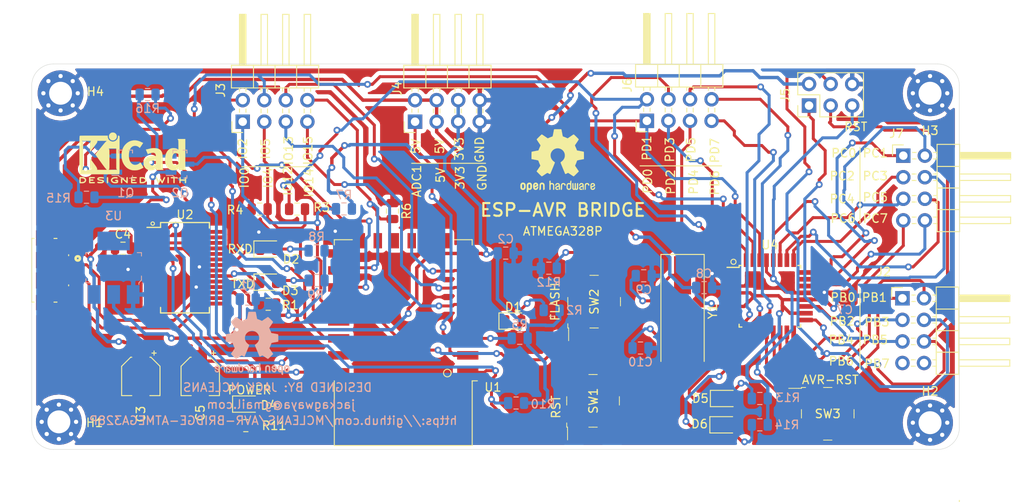
<source format=kicad_pcb>
(kicad_pcb (version 20171130) (host pcbnew "(5.1.2)-2")
  (layers (0 F.Cu signal) (31 B.Cu signal) (34 B.Paste user) (35 F.Paste user) (36 B.SilkS user) (37 F.SilkS user) (38 B.Mask user) (39 F.Mask user) (44 Edge.Cuts user))
  (net 0 "")
  (net 1 +3V3)
  (net 2 GND)
  (net 3 VBUS)
  (net 4 ESP_RST)
  (net 5 "Net-(C9-Pad1)")
  (net 6 "Net-(C10-Pad1)")
  (net 7 "Net-(D1-Pad2)")
  (net 8 IO16)
  (net 9 "Net-(D2-Pad1)")
  (net 10 "Net-(D2-Pad2)")
  (net 11 "Net-(D3-Pad2)")
  (net 12 "Net-(D3-Pad1)")
  (net 13 "Net-(D4-Pad1)")
  (net 14 USB_D-)
  (net 15 USB_D+)
  (net 16 "Net-(J1-Pad4)")
  (net 17 PB0)
  (net 18 PB1)
  (net 19 PB2)
  (net 20 PB3)
  (net 21 PB4)
  (net 22 PB5)
  (net 23 PB6)
  (net 24 PB7)
  (net 25 IO15)
  (net 26 IO14)
  (net 27 IO13)
  (net 28 IO12)
  (net 29 IO5)
  (net 30 IO4)
  (net 31 IO2)
  (net 32 IO0)
  (net 33 ADC1)
  (net 34 AVR_RST)
  (net 35 PD1)
  (net 36 PD2)
  (net 37 PD3)
  (net 38 PD4)
  (net 39 PD5)
  (net 40 PD6)
  (net 41 PD7)
  (net 42 PC7)
  (net 43 PC6)
  (net 44 PC5)
  (net 45 PC4)
  (net 46 PC3)
  (net 47 PC2)
  (net 48 PC1)
  (net 49 PC0)
  (net 50 "Net-(R1-Pad1)")
  (net 51 EN)
  (net 52 "Net-(R12-Pad2)")
  (net 53 "Net-(U1-Pad9)")
  (net 54 "Net-(U1-Pad10)")
  (net 55 "Net-(U1-Pad11)")
  (net 56 "Net-(U1-Pad12)")
  (net 57 "Net-(U1-Pad13)")
  (net 58 "Net-(U1-Pad14)")
  (net 59 ESP_RX)
  (net 60 ESP_TX)
  (net 61 "Net-(U2-Pad6)")
  (net 62 "Net-(U2-Pad9)")
  (net 63 "Net-(U2-Pad10)")
  (net 64 "Net-(U2-Pad11)")
  (net 65 "Net-(U2-Pad12)")
  (net 66 "Net-(U2-Pad13)")
  (net 67 "Net-(U2-Pad14)")
  (net 68 "Net-(U2-Pad26)")
  (net 69 "Net-(U2-Pad27)")
  (net 70 "Net-(U2-Pad28)")
  (net 71 "Net-(D5-Pad2)")
  (net 72 "Net-(D6-Pad2)")
  (net 73 "Net-(Q1-Pad2)")
  (net 74 RTS)
  (net 75 DTR)
  (net 76 "Net-(Q2-Pad2)")
  (module Symbol:KiCad-Logo2_5mm_SilkScreen (layer F.Cu) (at 32.15 155.65)
    (fp_text reference REF** hide)
    (fp_text value KiCad-Logo2_5mm_SilkScreen hide)
  )
  (module Symbol:OSHW-Logo2_9.8x8mm_SilkScreen (layer B.Cu) (at 46.2 177.5 180)
    (fp_text reference REF** hide)
    (fp_text value OSHW-Logo2_9.8x8mm_SilkScreen hide)
  )
  (module Symbol:OSHW-Logo2_9.8x8mm_SilkScreen (layer F.Cu) (at 82.2 156)
    (fp_text reference REF** hide)
    (fp_text value OSHW-Logo2_9.8x8mm_SilkScreen hide)
  )
  (module LED_SMD:LED_0805_2012Metric (layer F.Cu) (at 101.8625 184)
    (fp_text reference D5 (at -2.8625 0) (layer F.SilkS))
    (fp_text value BLUE)
    (pad 2 smd roundrect (at 0.9375 0) (size 0.975 1.4) (layers F.Cu F.Paste F.Mask) (net 71 "Net-(D5-Pad2)"))
    (pad 1 smd roundrect (at -0.9375 0) (size 0.975 1.4) (layers F.Cu F.Paste F.Mask) (net 40 PD6))
  )
  (module Capacitor_SMD:C_0805_2012Metric (layer B.Cu) (at 45.7 172.3 180)
    (fp_text reference C1 (at 0 1.65) (layer B.SilkS) (effects (justify mirror)))
    (fp_text value 100nF)
    (pad 2 smd roundrect (at 0.9375 0 180) (size 0.975 1.4) (layers B.Cu B.Paste B.Mask) (net 1 +3V3))
    (pad 1 smd roundrect (at -0.9375 0 180) (size 0.975 1.4) (layers B.Cu B.Paste B.Mask) (net 2 GND))
  )
  (module Capacitor_SMD:C_0805_2012Metric (layer B.Cu) (at 76.073 166.878 180)
    (fp_text reference C2 (at 0 1.65) (layer B.SilkS) (effects (justify mirror)))
    (fp_text value 100nF)
    (pad 1 smd roundrect (at -0.9375 0 180) (size 0.975 1.4) (layers B.Cu B.Paste B.Mask) (net 2 GND))
    (pad 2 smd roundrect (at 0.9375 0 180) (size 0.975 1.4) (layers B.Cu B.Paste B.Mask) (net 1 +3V3))
  )
  (module Capacitor_SMD:CP_Elec_4x5.3 (layer F.Cu) (at 33.1 181.4 270)
    (fp_text reference C3 (at 4.445 0 90) (layer F.SilkS))
    (fp_text value 10uF)
    (pad 2 smd roundrect (at 1.8 0 270) (size 2.6 1.6) (layers F.Cu F.Paste F.Mask) (roundrect_rratio 0.15625) (net 2 GND))
    (pad 1 smd roundrect (at -1.8 0 270) (size 2.6 1.6) (layers F.Cu F.Paste F.Mask) (roundrect_rratio 0.15625) (net 3 VBUS))
  )
  (module Capacitor_SMD:C_0805_2012Metric (layer F.Cu) (at 31 166.3)
    (fp_text reference C4 (at 0 -1.65) (layer F.SilkS))
    (fp_text value 100nF)
    (pad 1 smd roundrect (at -0.9375 0) (size 0.975 1.4) (layers F.Cu F.Paste F.Mask) (net 2 GND))
    (pad 2 smd roundrect (at 0.9375 0) (size 0.975 1.4) (layers F.Cu F.Paste F.Mask) (net 3 VBUS))
  )
  (module Capacitor_SMD:CP_Elec_4x5.3 (layer F.Cu) (at 40.1 181.4 270)
    (fp_text reference C5 (at 4.318 0 90) (layer F.SilkS))
    (fp_text value 10uF)
    (pad 1 smd roundrect (at -1.8 0 270) (size 2.6 1.6) (layers F.Cu F.Paste F.Mask) (roundrect_rratio 0.15625) (net 1 +3V3))
    (pad 2 smd roundrect (at 1.8 0 270) (size 2.6 1.6) (layers F.Cu F.Paste F.Mask) (roundrect_rratio 0.15625) (net 2 GND))
  )
  (module Capacitor_SMD:C_0805_2012Metric (layer B.Cu) (at 116 171.9)
    (fp_text reference C7 (at 0 1.65) (layer B.SilkS) (effects (justify mirror)))
    (fp_text value 100nF)
    (pad 1 smd roundrect (at -0.9375 0) (size 0.975 1.4) (layers B.Cu B.Paste B.Mask) (net 3 VBUS))
    (pad 2 smd roundrect (at 0.9375 0) (size 0.975 1.4) (layers B.Cu B.Paste B.Mask) (net 2 GND))
  )
  (module Capacitor_SMD:C_0805_2012Metric (layer B.Cu) (at 99.441 170.942 180)
    (fp_text reference C8 (at 0 1.65) (layer B.SilkS) (effects (justify mirror)))
    (fp_text value 100nF)
    (pad 2 smd roundrect (at 0.9375 0 180) (size 0.975 1.4) (layers B.Cu B.Paste B.Mask) (net 3 VBUS))
    (pad 1 smd roundrect (at -0.9375 0 180) (size 0.975 1.4) (layers B.Cu B.Paste B.Mask) (net 2 GND))
  )
  (module Capacitor_SMD:C_0805_2012Metric (layer B.Cu) (at 92.329 169.545)
    (fp_text reference C9 (at 0 1.65) (layer B.SilkS) (effects (justify mirror)))
    (fp_text value 22pF)
    (pad 1 smd roundrect (at -0.9375 0) (size 0.975 1.4) (layers B.Cu B.Paste B.Mask) (net 5 "Net-(C9-Pad1)"))
    (pad 2 smd roundrect (at 0.9375 0) (size 0.975 1.4) (layers B.Cu B.Paste B.Mask) (net 2 GND))
  )
  (module Capacitor_SMD:C_0805_2012Metric (layer B.Cu) (at 91.948 178.054)
    (fp_text reference C10 (at 0 1.65) (layer B.SilkS) (effects (justify mirror)))
    (fp_text value 22pF)
    (pad 2 smd roundrect (at 0.9375 0) (size 0.975 1.4) (layers B.Cu B.Paste B.Mask) (net 2 GND))
    (pad 1 smd roundrect (at -0.9375 0) (size 0.975 1.4) (layers B.Cu B.Paste B.Mask) (net 6 "Net-(C10-Pad1)"))
  )
  (module LED_SMD:LED_0805_2012Metric (layer F.Cu) (at 76.962 174.879)
    (fp_text reference D1 (at 0 -1.65) (layer F.SilkS))
    (fp_text value BLUE)
    (pad 2 smd roundrect (at 0.9375 0) (size 0.975 1.4) (layers F.Cu F.Paste F.Mask) (net 7 "Net-(D1-Pad2)"))
    (pad 1 smd roundrect (at -0.9375 0) (size 0.975 1.4) (layers F.Cu F.Paste F.Mask) (net 8 IO16))
  )
  (module LED_SMD:LED_0805_2012Metric (layer F.Cu) (at 48.1 166.4)
    (fp_text reference D2 (at 2.7 1.2) (layer F.SilkS))
    (fp_text value GREEN)
    (pad 1 smd roundrect (at -0.9375 0) (size 0.975 1.4) (layers F.Cu F.Paste F.Mask) (net 9 "Net-(D2-Pad1)"))
    (pad 2 smd roundrect (at 0.9375 0) (size 0.975 1.4) (layers F.Cu F.Paste F.Mask) (net 10 "Net-(D2-Pad2)"))
  )
  (module LED_SMD:LED_0805_2012Metric (layer F.Cu) (at 48.1 170.3)
    (fp_text reference D3 (at 2.6 1) (layer F.SilkS))
    (fp_text value BLUE)
    (pad 2 smd roundrect (at 0.9375 0) (size 0.975 1.4) (layers F.Cu F.Paste F.Mask) (net 11 "Net-(D3-Pad2)"))
    (pad 1 smd roundrect (at -0.9375 0) (size 0.975 1.4) (layers F.Cu F.Paste F.Mask) (net 12 "Net-(D3-Pad1)"))
  )
  (module LED_SMD:LED_0805_2012Metric (layer F.Cu) (at 45.593 184.658)
    (fp_text reference D4 (at 2.607 0.142) (layer F.SilkS))
    (fp_text value BLUE)
    (pad 1 smd roundrect (at -0.9375 0) (size 0.975 1.4) (layers F.Cu F.Paste F.Mask) (net 13 "Net-(D4-Pad1)"))
    (pad 2 smd roundrect (at 0.9375 0) (size 0.975 1.4) (layers F.Cu F.Paste F.Mask) (net 1 +3V3))
  )
  (module MountingHole:MountingHole_2.7mm_Pad_Via (layer F.Cu) (at 23.45 186.75)
    (fp_text reference H1 (at 4.2 0.1) (layer F.SilkS))
    (fp_text value MountingHole_Pad)
    (pad 1 thru_hole circle (at 0 0) (size 5.4 5.4) (drill 2.7) (layers *.Cu *.Mask) (net 2 GND))
    (pad 1 thru_hole circle (at 2.025 0) (size 0.8 0.8) (drill 0.5) (layers *.Cu *.Mask) (net 2 GND))
    (pad 1 thru_hole circle (at 1.431891 1.431891) (size 0.8 0.8) (drill 0.5) (layers *.Cu *.Mask) (net 2 GND))
    (pad 1 thru_hole circle (at 0 2.025) (size 0.8 0.8) (drill 0.5) (layers *.Cu *.Mask) (net 2 GND))
    (pad 1 thru_hole circle (at -1.431891 1.431891) (size 0.8 0.8) (drill 0.5) (layers *.Cu *.Mask) (net 2 GND))
    (pad 1 thru_hole circle (at -2.025 0) (size 0.8 0.8) (drill 0.5) (layers *.Cu *.Mask) (net 2 GND))
    (pad 1 thru_hole circle (at -1.431891 -1.431891) (size 0.8 0.8) (drill 0.5) (layers *.Cu *.Mask) (net 2 GND))
    (pad 1 thru_hole circle (at 0 -2.025) (size 0.8 0.8) (drill 0.5) (layers *.Cu *.Mask) (net 2 GND))
    (pad 1 thru_hole circle (at 1.431891 -1.431891) (size 0.8 0.8) (drill 0.5) (layers *.Cu *.Mask) (net 2 GND))
  )
  (module MountingHole:MountingHole_2.7mm_Pad_Via (layer F.Cu) (at 126.05 186.85)
    (fp_text reference H2 (at 0 -3.7) (layer F.SilkS))
    (fp_text value MountingHole_Pad)
    (pad 1 thru_hole circle (at 1.431891 -1.431891) (size 0.8 0.8) (drill 0.5) (layers *.Cu *.Mask) (net 2 GND))
    (pad 1 thru_hole circle (at 0 -2.025) (size 0.8 0.8) (drill 0.5) (layers *.Cu *.Mask) (net 2 GND))
    (pad 1 thru_hole circle (at -1.431891 -1.431891) (size 0.8 0.8) (drill 0.5) (layers *.Cu *.Mask) (net 2 GND))
    (pad 1 thru_hole circle (at -2.025 0) (size 0.8 0.8) (drill 0.5) (layers *.Cu *.Mask) (net 2 GND))
    (pad 1 thru_hole circle (at -1.431891 1.431891) (size 0.8 0.8) (drill 0.5) (layers *.Cu *.Mask) (net 2 GND))
    (pad 1 thru_hole circle (at 0 2.025) (size 0.8 0.8) (drill 0.5) (layers *.Cu *.Mask) (net 2 GND))
    (pad 1 thru_hole circle (at 1.431891 1.431891) (size 0.8 0.8) (drill 0.5) (layers *.Cu *.Mask) (net 2 GND))
    (pad 1 thru_hole circle (at 2.025 0) (size 0.8 0.8) (drill 0.5) (layers *.Cu *.Mask) (net 2 GND))
    (pad 1 thru_hole circle (at 0 0) (size 5.4 5.4) (drill 2.7) (layers *.Cu *.Mask) (net 2 GND))
  )
  (module MountingHole:MountingHole_2.7mm_Pad_Via (layer F.Cu) (at 126.05 148.05)
    (fp_text reference H3 (at 0 4.4) (layer F.SilkS))
    (fp_text value MountingHole_Pad)
    (pad 1 thru_hole circle (at 0 0) (size 5.4 5.4) (drill 2.7) (layers *.Cu *.Mask) (net 2 GND))
    (pad 1 thru_hole circle (at 2.025 0) (size 0.8 0.8) (drill 0.5) (layers *.Cu *.Mask) (net 2 GND))
    (pad 1 thru_hole circle (at 1.431891 1.431891) (size 0.8 0.8) (drill 0.5) (layers *.Cu *.Mask) (net 2 GND))
    (pad 1 thru_hole circle (at 0 2.025) (size 0.8 0.8) (drill 0.5) (layers *.Cu *.Mask) (net 2 GND))
    (pad 1 thru_hole circle (at -1.431891 1.431891) (size 0.8 0.8) (drill 0.5) (layers *.Cu *.Mask) (net 2 GND))
    (pad 1 thru_hole circle (at -2.025 0) (size 0.8 0.8) (drill 0.5) (layers *.Cu *.Mask) (net 2 GND))
    (pad 1 thru_hole circle (at -1.431891 -1.431891) (size 0.8 0.8) (drill 0.5) (layers *.Cu *.Mask) (net 2 GND))
    (pad 1 thru_hole circle (at 0 -2.025) (size 0.8 0.8) (drill 0.5) (layers *.Cu *.Mask) (net 2 GND))
    (pad 1 thru_hole circle (at 1.431891 -1.431891) (size 0.8 0.8) (drill 0.5) (layers *.Cu *.Mask) (net 2 GND))
  )
  (module MountingHole:MountingHole_2.7mm_Pad_Via (layer F.Cu) (at 23.65 148.05)
    (fp_text reference H4 (at 4.1 -0.2) (layer F.SilkS))
    (fp_text value MountingHole_Pad)
    (pad 1 thru_hole circle (at 1.431891 -1.431891) (size 0.8 0.8) (drill 0.5) (layers *.Cu *.Mask) (net 2 GND))
    (pad 1 thru_hole circle (at 0 -2.025) (size 0.8 0.8) (drill 0.5) (layers *.Cu *.Mask) (net 2 GND))
    (pad 1 thru_hole circle (at -1.431891 -1.431891) (size 0.8 0.8) (drill 0.5) (layers *.Cu *.Mask) (net 2 GND))
    (pad 1 thru_hole circle (at -2.025 0) (size 0.8 0.8) (drill 0.5) (layers *.Cu *.Mask) (net 2 GND))
    (pad 1 thru_hole circle (at -1.431891 1.431891) (size 0.8 0.8) (drill 0.5) (layers *.Cu *.Mask) (net 2 GND))
    (pad 1 thru_hole circle (at 0 2.025) (size 0.8 0.8) (drill 0.5) (layers *.Cu *.Mask) (net 2 GND))
    (pad 1 thru_hole circle (at 1.431891 1.431891) (size 0.8 0.8) (drill 0.5) (layers *.Cu *.Mask) (net 2 GND))
    (pad 1 thru_hole circle (at 2.025 0) (size 0.8 0.8) (drill 0.5) (layers *.Cu *.Mask) (net 2 GND))
    (pad 1 thru_hole circle (at 0 0) (size 5.4 5.4) (drill 2.7) (layers *.Cu *.Mask) (net 2 GND))
  )
  (module Connector_PinHeader_2.54mm:PinHeader_2x04_P2.54mm_Horizontal (layer F.Cu) (at 122.8 172.2)
    (fp_text reference J2 (at -2.2 -3.1) (layer F.SilkS))
    (fp_text value Conn_02x04_Odd_Even)
    (pad 1 thru_hole rect (at 0 0) (size 1.7 1.7) (drill 1) (layers *.Cu *.Mask) (net 17 PB0))
    (pad 2 thru_hole oval (at 2.54 0) (size 1.7 1.7) (drill 1) (layers *.Cu *.Mask) (net 18 PB1))
    (pad 3 thru_hole oval (at 0 2.54) (size 1.7 1.7) (drill 1) (layers *.Cu *.Mask) (net 19 PB2))
    (pad 4 thru_hole oval (at 2.54 2.54) (size 1.7 1.7) (drill 1) (layers *.Cu *.Mask) (net 20 PB3))
    (pad 5 thru_hole oval (at 0 5.08) (size 1.7 1.7) (drill 1) (layers *.Cu *.Mask) (net 21 PB4))
    (pad 6 thru_hole oval (at 2.54 5.08) (size 1.7 1.7) (drill 1) (layers *.Cu *.Mask) (net 22 PB5))
    (pad 7 thru_hole oval (at 0 7.62) (size 1.7 1.7) (drill 1) (layers *.Cu *.Mask) (net 23 PB6))
    (pad 8 thru_hole oval (at 2.54 7.62) (size 1.7 1.7) (drill 1) (layers *.Cu *.Mask) (net 24 PB7))
  )
  (module Connector_PinHeader_2.54mm:PinHeader_2x04_P2.54mm_Horizontal (layer F.Cu) (at 45.1 151.4 90)
    (fp_text reference J3 (at 3.7 -2.6 90) (layer F.SilkS))
    (fp_text value Conn_02x04_Odd_Even)
    (pad 8 thru_hole oval (at 2.54 7.62 90) (size 1.7 1.7) (drill 1) (layers *.Cu *.Mask) (net 25 IO15))
    (pad 7 thru_hole oval (at 0 7.62 90) (size 1.7 1.7) (drill 1) (layers *.Cu *.Mask) (net 26 IO14))
    (pad 6 thru_hole oval (at 2.54 5.08 90) (size 1.7 1.7) (drill 1) (layers *.Cu *.Mask) (net 27 IO13))
    (pad 5 thru_hole oval (at 0 5.08 90) (size 1.7 1.7) (drill 1) (layers *.Cu *.Mask) (net 28 IO12))
    (pad 4 thru_hole oval (at 2.54 2.54 90) (size 1.7 1.7) (drill 1) (layers *.Cu *.Mask) (net 29 IO5))
    (pad 3 thru_hole oval (at 0 2.54 90) (size 1.7 1.7) (drill 1) (layers *.Cu *.Mask) (net 30 IO4))
    (pad 2 thru_hole oval (at 2.54 0 90) (size 1.7 1.7) (drill 1) (layers *.Cu *.Mask) (net 31 IO2))
    (pad 1 thru_hole rect (at 0 0 90) (size 1.7 1.7) (drill 1) (layers *.Cu *.Mask) (net 32 IO0))
  )
  (module Connector_PinHeader_2.54mm:PinHeader_2x04_P2.54mm_Horizontal (layer F.Cu) (at 65.4 151.4 90)
    (fp_text reference J4 (at 3.9 -2.1 90) (layer F.SilkS))
    (fp_text value Conn_02x04_Odd_Even)
    (pad 1 thru_hole rect (at 0 0 90) (size 1.7 1.7) (drill 1) (layers *.Cu *.Mask) (net 33 ADC1))
    (pad 2 thru_hole oval (at 2.54 0 90) (size 1.7 1.7) (drill 1) (layers *.Cu *.Mask) (net 3 VBUS))
    (pad 3 thru_hole oval (at 0 2.54 90) (size 1.7 1.7) (drill 1) (layers *.Cu *.Mask) (net 3 VBUS))
    (pad 4 thru_hole oval (at 2.54 2.54 90) (size 1.7 1.7) (drill 1) (layers *.Cu *.Mask) (net 3 VBUS))
    (pad 5 thru_hole oval (at 0 5.08 90) (size 1.7 1.7) (drill 1) (layers *.Cu *.Mask) (net 1 +3V3))
    (pad 6 thru_hole oval (at 2.54 5.08 90) (size 1.7 1.7) (drill 1) (layers *.Cu *.Mask) (net 1 +3V3))
    (pad 7 thru_hole oval (at 0 7.62 90) (size 1.7 1.7) (drill 1) (layers *.Cu *.Mask) (net 2 GND))
    (pad 8 thru_hole oval (at 2.54 7.62 90) (size 1.7 1.7) (drill 1) (layers *.Cu *.Mask) (net 2 GND))
  )
  (module Connector_PinHeader_2.54mm:PinHeader_2x04_P2.54mm_Horizontal (layer F.Cu) (at 92.7 151.3 90)
    (fp_text reference J6 (at 4.2 -2.3 90) (layer F.SilkS))
    (fp_text value Conn_02x04_Odd_Even)
    (pad 1 thru_hole rect (at 0 0 90) (size 1.7 1.7) (drill 1) (layers *.Cu *.Mask) (net 29 IO5))
    (pad 2 thru_hole oval (at 2.54 0 90) (size 1.7 1.7) (drill 1) (layers *.Cu *.Mask) (net 35 PD1))
    (pad 3 thru_hole oval (at 0 2.54 90) (size 1.7 1.7) (drill 1) (layers *.Cu *.Mask) (net 36 PD2))
    (pad 4 thru_hole oval (at 2.54 2.54 90) (size 1.7 1.7) (drill 1) (layers *.Cu *.Mask) (net 37 PD3))
    (pad 5 thru_hole oval (at 0 5.08 90) (size 1.7 1.7) (drill 1) (layers *.Cu *.Mask) (net 38 PD4))
    (pad 6 thru_hole oval (at 2.54 5.08 90) (size 1.7 1.7) (drill 1) (layers *.Cu *.Mask) (net 39 PD5))
    (pad 7 thru_hole oval (at 0 7.62 90) (size 1.7 1.7) (drill 1) (layers *.Cu *.Mask) (net 40 PD6))
    (pad 8 thru_hole oval (at 2.54 7.62 90) (size 1.7 1.7) (drill 1) (layers *.Cu *.Mask) (net 41 PD7))
  )
  (module Connector_PinHeader_2.54mm:PinHeader_2x04_P2.54mm_Horizontal (layer F.Cu) (at 122.9 155.4)
    (fp_text reference J7 (at -0.8 -2.6) (layer F.SilkS))
    (fp_text value Conn_02x04_Odd_Even)
    (pad 8 thru_hole oval (at 2.54 7.62) (size 1.7 1.7) (drill 1) (layers *.Cu *.Mask) (net 42 PC7))
    (pad 7 thru_hole oval (at 0 7.62) (size 1.7 1.7) (drill 1) (layers *.Cu *.Mask) (net 43 PC6))
    (pad 6 thru_hole oval (at 2.54 5.08) (size 1.7 1.7) (drill 1) (layers *.Cu *.Mask) (net 44 PC5))
    (pad 5 thru_hole oval (at 0 5.08) (size 1.7 1.7) (drill 1) (layers *.Cu *.Mask) (net 45 PC4))
    (pad 4 thru_hole oval (at 2.54 2.54) (size 1.7 1.7) (drill 1) (layers *.Cu *.Mask) (net 46 PC3))
    (pad 3 thru_hole oval (at 0 2.54) (size 1.7 1.7) (drill 1) (layers *.Cu *.Mask) (net 47 PC2))
    (pad 2 thru_hole oval (at 2.54 0) (size 1.7 1.7) (drill 1) (layers *.Cu *.Mask) (net 48 PC1))
    (pad 1 thru_hole rect (at 0 0) (size 1.7 1.7) (drill 1) (layers *.Cu *.Mask) (net 49 PC0))
  )
  (module Resistor_SMD:R_0805_2012Metric (layer F.Cu) (at 48.1 172.9)
    (fp_text reference R1 (at 2.6 0.1) (layer F.SilkS))
    (fp_text value 10K)
    (pad 2 smd roundrect (at 0.9375 0) (size 0.975 1.4) (layers F.Cu F.Paste F.Mask) (net 3 VBUS))
    (pad 1 smd roundrect (at -0.9375 0) (size 0.975 1.4) (layers F.Cu F.Paste F.Mask) (net 50 "Net-(R1-Pad1)"))
  )
  (module Resistor_SMD:R_0805_2012Metric (layer B.Cu) (at 81.4855 173.609 180)
    (fp_text reference R2 (at -2.667 0) (layer B.SilkS) (effects (justify mirror)))
    (fp_text value 1K)
    (pad 2 smd roundrect (at 0.9375 0 180) (size 0.975 1.4) (layers B.Cu B.Paste B.Mask) (net 7 "Net-(D1-Pad2)"))
    (pad 1 smd roundrect (at -0.9375 0 180) (size 0.975 1.4) (layers B.Cu B.Paste B.Mask) (net 1 +3V3))
  )
  (module Resistor_SMD:R_0805_2012Metric (layer F.Cu) (at 51.5 161.7)
    (fp_text reference R3 (at 2.9 -0.2) (layer F.SilkS))
    (fp_text value 100)
    (pad 1 smd roundrect (at -0.9375 0) (size 0.975 1.4) (layers F.Cu F.Paste F.Mask) (net 35 PD1))
    (pad 2 smd roundrect (at 0.9375 0) (size 0.975 1.4) (layers F.Cu F.Paste F.Mask) (net 30 IO4))
  )
  (module Resistor_SMD:R_0805_2012Metric (layer F.Cu) (at 47.1 161.7)
    (fp_text reference R4 (at -2.9 0.1) (layer F.SilkS))
    (fp_text value 200)
    (pad 1 smd roundrect (at -0.9375 0) (size 0.975 1.4) (layers F.Cu F.Paste F.Mask) (net 2 GND))
    (pad 2 smd roundrect (at 0.9375 0) (size 0.975 1.4) (layers F.Cu F.Paste F.Mask) (net 30 IO4))
  )
  (module Resistor_SMD:R_0805_2012Metric (layer B.Cu) (at 77.724 176.911 180)
    (fp_text reference R5 (at 0 1.65) (layer B.SilkS) (effects (justify mirror)))
    (fp_text value 10K)
    (pad 2 smd roundrect (at 0.9375 0 180) (size 0.975 1.4) (layers B.Cu B.Paste B.Mask) (net 51 EN))
    (pad 1 smd roundrect (at -0.9375 0 180) (size 0.975 1.4) (layers B.Cu B.Paste B.Mask) (net 1 +3V3))
  )
  (module Resistor_SMD:R_0805_2012Metric (layer F.Cu) (at 62.738 161.925 270)
    (fp_text reference R6 (at 0 -1.65 90) (layer F.SilkS))
    (fp_text value 10K)
    (pad 1 smd roundrect (at -0.9375 0 270) (size 0.975 1.4) (layers F.Cu F.Paste F.Mask) (net 2 GND))
    (pad 2 smd roundrect (at 0.9375 0 270) (size 0.975 1.4) (layers F.Cu F.Paste F.Mask) (net 25 IO15))
  )
  (module Resistor_SMD:R_0805_2012Metric (layer B.Cu) (at 57.023 161.671 180)
    (fp_text reference R7 (at 0 1.65) (layer B.SilkS) (effects (justify mirror)))
    (fp_text value 10K)
    (pad 2 smd roundrect (at 0.9375 0 180) (size 0.975 1.4) (layers B.Cu B.Paste B.Mask) (net 32 IO0))
    (pad 1 smd roundrect (at -0.9375 0 180) (size 0.975 1.4) (layers B.Cu B.Paste B.Mask) (net 1 +3V3))
  )
  (module Resistor_SMD:R_0805_2012Metric (layer B.Cu) (at 53.8 166.6 180)
    (fp_text reference R8 (at 0 1.65) (layer B.SilkS) (effects (justify mirror)))
    (fp_text value 1K)
    (pad 1 smd roundrect (at -0.9375 0 180) (size 0.975 1.4) (layers B.Cu B.Paste B.Mask) (net 3 VBUS))
    (pad 2 smd roundrect (at 0.9375 0 180) (size 0.975 1.4) (layers B.Cu B.Paste B.Mask) (net 10 "Net-(D2-Pad2)"))
  )
  (module Resistor_SMD:R_0805_2012Metric (layer B.Cu) (at 53.8 170.1 180)
    (fp_text reference R9 (at 0.127 -1.651) (layer B.SilkS) (effects (justify mirror)))
    (fp_text value 1K)
    (pad 2 smd roundrect (at 0.9375 0 180) (size 0.975 1.4) (layers B.Cu B.Paste B.Mask) (net 11 "Net-(D3-Pad2)"))
    (pad 1 smd roundrect (at -0.9375 0 180) (size 0.975 1.4) (layers B.Cu B.Paste B.Mask) (net 3 VBUS))
  )
  (module Resistor_SMD:R_0805_2012Metric (layer B.Cu) (at 77.2945 184.531 180)
    (fp_text reference R10 (at -3.175 -0.127) (layer B.SilkS) (effects (justify mirror)))
    (fp_text value 10K)
    (pad 1 smd roundrect (at -0.9375 0 180) (size 0.975 1.4) (layers B.Cu B.Paste B.Mask) (net 1 +3V3))
    (pad 2 smd roundrect (at 0.9375 0 180) (size 0.975 1.4) (layers B.Cu B.Paste B.Mask) (net 4 ESP_RST))
  )
  (module Resistor_SMD:R_0805_2012Metric (layer F.Cu) (at 45.466 187.198 180)
    (fp_text reference R11 (at -3.334 -0.002) (layer F.SilkS))
    (fp_text value 220)
    (pad 2 smd roundrect (at 0.9375 0 180) (size 0.975 1.4) (layers F.Cu F.Paste F.Mask) (net 13 "Net-(D4-Pad1)"))
    (pad 1 smd roundrect (at -0.9375 0 180) (size 0.975 1.4) (layers F.Cu F.Paste F.Mask) (net 2 GND))
  )
  (module Resistor_SMD:R_0805_2012Metric (layer B.Cu) (at 81.153 168.656)
    (fp_text reference R12 (at 0 1.65) (layer B.SilkS) (effects (justify mirror)))
    (fp_text value 470)
    (pad 1 smd roundrect (at -0.9375 0) (size 0.975 1.4) (layers B.Cu B.Paste B.Mask) (net 2 GND))
    (pad 2 smd roundrect (at 0.9375 0) (size 0.975 1.4) (layers B.Cu B.Paste B.Mask) (net 52 "Net-(R12-Pad2)"))
  )
  (module digikey-footprints:Switch_Tactile_SMD_6x6mm_PTS645 (layer F.Cu) (at 86.36 184.277 90)
    (fp_text reference SW1 (at 0 0.04 90) (layer F.SilkS))
    (fp_text value SW_Push)
    (pad 1 smd rect (at -3.975 -2.25 90) (size 1.55 1.3) (layers F.Cu F.Paste F.Mask) (net 4 ESP_RST))
    (pad 2 smd rect (at 3.975 -2.25 90) (size 1.55 1.3) (layers F.Cu F.Paste F.Mask) (net 2 GND))
    (pad 3 smd rect (at -3.975 2.25 90) (size 1.55 1.3) (layers F.Cu F.Paste F.Mask))
    (pad 4 smd rect (at 3.975 2.25 90) (size 1.55 1.3) (layers F.Cu F.Paste F.Mask))
  )
  (module digikey-footprints:Switch_Tactile_SMD_6x6mm_PTS645 (layer F.Cu) (at 86.487 172.593 90)
    (fp_text reference SW2 (at -0.007 0.013 90) (layer F.SilkS))
    (fp_text value SW_Push)
    (pad 4 smd rect (at 3.975 2.25 90) (size 1.55 1.3) (layers F.Cu F.Paste F.Mask))
    (pad 3 smd rect (at -3.975 2.25 90) (size 1.55 1.3) (layers F.Cu F.Paste F.Mask))
    (pad 2 smd rect (at 3.975 -2.25 90) (size 1.55 1.3) (layers F.Cu F.Paste F.Mask) (net 52 "Net-(R12-Pad2)"))
    (pad 1 smd rect (at -3.975 -2.25 90) (size 1.55 1.3) (layers F.Cu F.Paste F.Mask) (net 32 IO0))
  )
  (module digikey-footprints:Switch_Tactile_SMD_6x6mm_PTS645 (layer F.Cu) (at 114 185.8)
    (fp_text reference SW3 (at 0 0) (layer F.SilkS))
    (fp_text value SW_Push)
    (pad 1 smd rect (at -3.975 -2.25) (size 1.55 1.3) (layers F.Cu F.Paste F.Mask) (net 34 AVR_RST))
    (pad 2 smd rect (at 3.975 -2.25) (size 1.55 1.3) (layers F.Cu F.Paste F.Mask) (net 2 GND))
    (pad 3 smd rect (at -3.975 2.25) (size 1.55 1.3) (layers F.Cu F.Paste F.Mask))
    (pad 4 smd rect (at 3.975 2.25) (size 1.55 1.3) (layers F.Cu F.Paste F.Mask))
  )
  (module RF_Module:ESP-12E (layer F.Cu) (at 64.008 177.419 180)
    (fp_text reference U1 (at -10.56 -5.26) (layer F.SilkS))
    (fp_text value ESP-12E)
    (pad 1 smd rect (at -7.6 -3.5 180) (size 2.5 1) (layers F.Cu F.Paste F.Mask) (net 4 ESP_RST))
    (pad 2 smd rect (at -7.6 -1.5 180) (size 2.5 1) (layers F.Cu F.Paste F.Mask) (net 33 ADC1))
    (pad 3 smd rect (at -7.6 0.5 180) (size 2.5 1) (layers F.Cu F.Paste F.Mask) (net 51 EN))
    (pad 4 smd rect (at -7.6 2.5 180) (size 2.5 1) (layers F.Cu F.Paste F.Mask) (net 8 IO16))
    (pad 5 smd rect (at -7.6 4.5 180) (size 2.5 1) (layers F.Cu F.Paste F.Mask) (net 26 IO14))
    (pad 6 smd rect (at -7.6 6.5 180) (size 2.5 1) (layers F.Cu F.Paste F.Mask) (net 28 IO12))
    (pad 7 smd rect (at -7.6 8.5 180) (size 2.5 1) (layers F.Cu F.Paste F.Mask) (net 27 IO13))
    (pad 8 smd rect (at -7.6 10.5 180) (size 2.5 1) (layers F.Cu F.Paste F.Mask) (net 1 +3V3))
    (pad 9 smd rect (at -5 12 180) (size 1 1.8) (layers F.Cu F.Paste F.Mask) (net 53 "Net-(U1-Pad9)"))
    (pad 10 smd rect (at -3 12 180) (size 1 1.8) (layers F.Cu F.Paste F.Mask) (net 54 "Net-(U1-Pad10)"))
    (pad 11 smd rect (at -1 12 180) (size 1 1.8) (layers F.Cu F.Paste F.Mask) (net 55 "Net-(U1-Pad11)"))
    (pad 12 smd rect (at 1 12 180) (size 1 1.8) (layers F.Cu F.Paste F.Mask) (net 56 "Net-(U1-Pad12)"))
    (pad 13 smd rect (at 3 12 180) (size 1 1.8) (layers F.Cu F.Paste F.Mask) (net 57 "Net-(U1-Pad13)"))
    (pad 14 smd rect (at 5 12 180) (size 1 1.8) (layers F.Cu F.Paste F.Mask) (net 58 "Net-(U1-Pad14)"))
    (pad 15 smd rect (at 7.6 10.5 180) (size 2.5 1) (layers F.Cu F.Paste F.Mask) (net 2 GND))
    (pad 16 smd rect (at 7.6 8.5 180) (size 2.5 1) (layers F.Cu F.Paste F.Mask) (net 25 IO15))
    (pad 17 smd rect (at 7.6 6.5 180) (size 2.5 1) (layers F.Cu F.Paste F.Mask) (net 31 IO2))
    (pad 18 smd rect (at 7.6 4.5 180) (size 2.5 1) (layers F.Cu F.Paste F.Mask) (net 32 IO0))
    (pad 19 smd rect (at 7.6 2.5 180) (size 2.5 1) (layers F.Cu F.Paste F.Mask) (net 30 IO4))
    (pad 20 smd rect (at 7.6 0.5 180) (size 2.5 1) (layers F.Cu F.Paste F.Mask) (net 29 IO5))
    (pad 21 smd rect (at 7.6 -1.5 180) (size 2.5 1) (layers F.Cu F.Paste F.Mask) (net 59 ESP_RX))
    (pad 22 smd rect (at 7.6 -3.5 180) (size 2.5 1) (layers F.Cu F.Paste F.Mask) (net 60 ESP_TX))
  )
  (module Package_SO:SSOP-28_5.3x10.2mm_P0.65mm (layer F.Cu) (at 38.3 168.6)
    (fp_text reference U2 (at 0 -6.25) (layer F.SilkS))
    (fp_text value FT232RL)
    (pad 1 smd rect (at -3.6 -4.225) (size 1.75 0.45) (layers F.Cu F.Paste F.Mask) (net 59 ESP_RX))
    (pad 2 smd rect (at -3.6 -3.575) (size 1.75 0.45) (layers F.Cu F.Paste F.Mask) (net 75 DTR))
    (pad 3 smd rect (at -3.6 -2.925) (size 1.75 0.45) (layers F.Cu F.Paste F.Mask) (net 74 RTS))
    (pad 4 smd rect (at -3.6 -2.275) (size 1.75 0.45) (layers F.Cu F.Paste F.Mask) (net 3 VBUS))
    (pad 5 smd rect (at -3.6 -1.625) (size 1.75 0.45) (layers F.Cu F.Paste F.Mask) (net 60 ESP_TX))
    (pad 6 smd rect (at -3.6 -0.975) (size 1.75 0.45) (layers F.Cu F.Paste F.Mask) (net 61 "Net-(U2-Pad6)"))
    (pad 7 smd rect (at -3.6 -0.325) (size 1.75 0.45) (layers F.Cu F.Paste F.Mask) (net 2 GND))
    (pad 8 smd rect (at -3.6 0.325) (size 1.75 0.45) (layers F.Cu F.Paste F.Mask))
    (pad 9 smd rect (at -3.6 0.975) (size 1.75 0.45) (layers F.Cu F.Paste F.Mask) (net 62 "Net-(U2-Pad9)"))
    (pad 10 smd rect (at -3.6 1.625) (size 1.75 0.45) (layers F.Cu F.Paste F.Mask) (net 63 "Net-(U2-Pad10)"))
    (pad 11 smd rect (at -3.6 2.275) (size 1.75 0.45) (layers F.Cu F.Paste F.Mask) (net 64 "Net-(U2-Pad11)"))
    (pad 12 smd rect (at -3.6 2.925) (size 1.75 0.45) (layers F.Cu F.Paste F.Mask) (net 65 "Net-(U2-Pad12)"))
    (pad 13 smd rect (at -3.6 3.575) (size 1.75 0.45) (layers F.Cu F.Paste F.Mask) (net 66 "Net-(U2-Pad13)"))
    (pad 14 smd rect (at -3.6 4.225) (size 1.75 0.45) (layers F.Cu F.Paste F.Mask) (net 67 "Net-(U2-Pad14)"))
    (pad 15 smd rect (at 3.6 4.225) (size 1.75 0.45) (layers F.Cu F.Paste F.Mask) (net 15 USB_D+))
    (pad 16 smd rect (at 3.6 3.575) (size 1.75 0.45) (layers F.Cu F.Paste F.Mask) (net 14 USB_D-))
    (pad 17 smd rect (at 3.6 2.925) (size 1.75 0.45) (layers F.Cu F.Paste F.Mask) (net 1 +3V3))
    (pad 18 smd rect (at 3.6 2.275) (size 1.75 0.45) (layers F.Cu F.Paste F.Mask) (net 2 GND))
    (pad 19 smd rect (at 3.6 1.625) (size 1.75 0.45) (layers F.Cu F.Paste F.Mask) (net 50 "Net-(R1-Pad1)"))
    (pad 20 smd rect (at 3.6 0.975) (size 1.75 0.45) (layers F.Cu F.Paste F.Mask) (net 3 VBUS))
    (pad 21 smd rect (at 3.6 0.325) (size 1.75 0.45) (layers F.Cu F.Paste F.Mask) (net 2 GND))
    (pad 22 smd rect (at 3.6 -0.325) (size 1.75 0.45) (layers F.Cu F.Paste F.Mask) (net 12 "Net-(D3-Pad1)"))
    (pad 23 smd rect (at 3.6 -0.975) (size 1.75 0.45) (layers F.Cu F.Paste F.Mask) (net 9 "Net-(D2-Pad1)"))
    (pad 24 smd rect (at 3.6 -1.625) (size 1.75 0.45) (layers F.Cu F.Paste F.Mask))
    (pad 25 smd rect (at 3.6 -2.275) (size 1.75 0.45) (layers F.Cu F.Paste F.Mask) (net 2 GND))
    (pad 26 smd rect (at 3.6 -2.925) (size 1.75 0.45) (layers F.Cu F.Paste F.Mask) (net 68 "Net-(U2-Pad26)"))
    (pad 27 smd rect (at 3.6 -3.575) (size 1.75 0.45) (layers F.Cu F.Paste F.Mask) (net 69 "Net-(U2-Pad27)"))
    (pad 28 smd rect (at 3.6 -4.225) (size 1.75 0.45) (layers F.Cu F.Paste F.Mask) (net 70 "Net-(U2-Pad28)"))
  )
  (module digikey-footprints:SOT-223 (layer B.Cu) (at 29.9 168.6 180)
    (fp_text reference U3 (at 0 6.1) (layer B.SilkS) (effects (justify mirror)))
    (fp_text value LM1117-3.3)
    (pad 3 smd rect (at 2.3 -3.15 180) (size 1.5 2.2) (layers B.Cu B.Paste B.Mask) (net 3 VBUS))
    (pad 2 smd rect (at 0 -3.15 180) (size 1.5 2.2) (layers B.Cu B.Paste B.Mask) (net 1 +3V3))
    (pad 1 smd rect (at -2.3 -3.15 180) (size 1.5 2.2) (layers B.Cu B.Paste B.Mask) (net 2 GND))
    (pad 4 smd rect (at 0 3.15 180) (size 3.8 2.2) (layers B.Cu B.Paste B.Mask))
  )
  (module Package_QFP:TQFP-32_7x7mm_P0.8mm (layer F.Cu) (at 107.188 171.958)
    (fp_text reference U4 (at 0 -6.05) (layer F.SilkS))
    (fp_text value ATmega328P-AU)
    (pad 1 smd rect (at -4.25 -2.8) (size 1.6 0.55) (layers F.Cu F.Paste F.Mask) (net 37 PD3))
    (pad 2 smd rect (at -4.25 -2) (size 1.6 0.55) (layers F.Cu F.Paste F.Mask) (net 38 PD4))
    (pad 3 smd rect (at -4.25 -1.2) (size 1.6 0.55) (layers F.Cu F.Paste F.Mask) (net 2 GND))
    (pad 4 smd rect (at -4.25 -0.4) (size 1.6 0.55) (layers F.Cu F.Paste F.Mask) (net 3 VBUS))
    (pad 5 smd rect (at -4.25 0.4) (size 1.6 0.55) (layers F.Cu F.Paste F.Mask) (net 2 GND))
    (pad 6 smd rect (at -4.25 1.2) (size 1.6 0.55) (layers F.Cu F.Paste F.Mask) (net 3 VBUS))
    (pad 7 smd rect (at -4.25 2) (size 1.6 0.55) (layers F.Cu F.Paste F.Mask) (net 5 "Net-(C9-Pad1)"))
    (pad 8 smd rect (at -4.25 2.8) (size 1.6 0.55) (layers F.Cu F.Paste F.Mask) (net 6 "Net-(C10-Pad1)"))
    (pad 9 smd rect (at -2.8 4.25 90) (size 1.6 0.55) (layers F.Cu F.Paste F.Mask) (net 39 PD5))
    (pad 10 smd rect (at -2 4.25 90) (size 1.6 0.55) (layers F.Cu F.Paste F.Mask) (net 40 PD6))
    (pad 11 smd rect (at -1.2 4.25 90) (size 1.6 0.55) (layers F.Cu F.Paste F.Mask) (net 41 PD7))
    (pad 12 smd rect (at -0.4 4.25 90) (size 1.6 0.55) (layers F.Cu F.Paste F.Mask) (net 17 PB0))
    (pad 13 smd rect (at 0.4 4.25 90) (size 1.6 0.55) (layers F.Cu F.Paste F.Mask) (net 18 PB1))
    (pad 14 smd rect (at 1.2 4.25 90) (size 1.6 0.55) (layers F.Cu F.Paste F.Mask) (net 19 PB2))
    (pad 15 smd rect (at 2 4.25 90) (size 1.6 0.55) (layers F.Cu F.Paste F.Mask) (net 20 PB3))
    (pad 16 smd rect (at 2.8 4.25 90) (size 1.6 0.55) (layers F.Cu F.Paste F.Mask) (net 21 PB4))
    (pad 17 smd rect (at 4.25 2.8) (size 1.6 0.55) (layers F.Cu F.Paste F.Mask) (net 22 PB5))
    (pad 18 smd rect (at 4.25 2) (size 1.6 0.55) (layers F.Cu F.Paste F.Mask) (net 3 VBUS))
    (pad 19 smd rect (at 4.25 1.2) (size 1.6 0.55) (layers F.Cu F.Paste F.Mask) (net 43 PC6))
    (pad 20 smd rect (at 4.25 0.4) (size 1.6 0.55) (layers F.Cu F.Paste F.Mask) (net 3 VBUS))
    (pad 21 smd rect (at 4.25 -0.4) (size 1.6 0.55) (layers F.Cu F.Paste F.Mask) (net 2 GND))
    (pad 22 smd rect (at 4.25 -1.2) (size 1.6 0.55) (layers F.Cu F.Paste F.Mask) (net 42 PC7))
    (pad 23 smd rect (at 4.25 -2) (size 1.6 0.55) (layers F.Cu F.Paste F.Mask) (net 49 PC0))
    (pad 24 smd rect (at 4.25 -2.8) (size 1.6 0.55) (layers F.Cu F.Paste F.Mask) (net 48 PC1))
    (pad 25 smd rect (at 2.8 -4.25 90) (size 1.6 0.55) (layers F.Cu F.Paste F.Mask) (net 47 PC2))
    (pad 26 smd rect (at 2 -4.25 90) (size 1.6 0.55) (layers F.Cu F.Paste F.Mask) (net 46 PC3))
    (pad 27 smd rect (at 1.2 -4.25 90) (size 1.6 0.55) (layers F.Cu F.Paste F.Mask) (net 45 PC4))
    (pad 28 smd rect (at 0.4 -4.25 90) (size 1.6 0.55) (layers F.Cu F.Paste F.Mask) (net 44 PC5))
    (pad 29 smd rect (at -0.4 -4.25 90) (size 1.6 0.55) (layers F.Cu F.Paste F.Mask) (net 34 AVR_RST))
    (pad 30 smd rect (at -1.2 -4.25 90) (size 1.6 0.55) (layers F.Cu F.Paste F.Mask) (net 29 IO5))
    (pad 31 smd rect (at -2 -4.25 90) (size 1.6 0.55) (layers F.Cu F.Paste F.Mask) (net 35 PD1))
    (pad 32 smd rect (at -2.8 -4.25 90) (size 1.6 0.55) (layers F.Cu F.Paste F.Mask) (net 36 PD2))
  )
  (module Crystal:Crystal_SMD_HC49-SD (layer F.Cu) (at 96.901 173.736 270)
    (fp_text reference Y1 (at 0 -3.55 90) (layer F.SilkS))
    (fp_text value Crystal_Small)
    (pad 1 smd rect (at -4.25 0 270) (size 4.5 2) (layers F.Cu F.Paste F.Mask) (net 5 "Net-(C9-Pad1)"))
    (pad 2 smd rect (at 4.25 0 270) (size 4.5 2) (layers F.Cu F.Paste F.Mask) (net 6 "Net-(C10-Pad1)"))
  )
  (module custom_footprints:AMPHENOL_10118192-0001LF (layer F.Cu) (at 24.375 168.9 270)
    (fp_text reference J1 (at -0.762 -2.667 90) (layer F.SilkS) (effects (font (size 0.787417 0.787417) (thickness 0.015))))
    (fp_text value 10118192-0001LF)
    (pad 3 smd rect (at 0 0 270) (size 0.4 1.35) (layers F.Cu F.Paste F.Mask) (net 15 USB_D+))
    (pad 2 smd rect (at -0.65 0 270) (size 0.4 1.35) (layers F.Cu F.Paste F.Mask) (net 14 USB_D-))
    (pad 4 smd rect (at 0.65 0 270) (size 0.4 1.35) (layers F.Cu F.Paste F.Mask) (net 16 "Net-(J1-Pad4)"))
    (pad 1 smd rect (at -1.3 0 270) (size 0.4 1.35) (layers F.Cu F.Paste F.Mask) (net 3 VBUS))
    (pad 5 smd rect (at 1.3 0 270) (size 0.4 1.35) (layers F.Cu F.Paste F.Mask) (net 2 GND))
    (pad SH1 smd rect (at -3.1 0.125 270) (size 2.1 1.6) (layers F.Cu F.Paste F.Mask) (net 2 GND))
    (pad SH2 smd rect (at 3.1 0.125 270) (size 2.1 1.6) (layers F.Cu F.Paste F.Mask) (net 2 GND))
    (pad SH3 smd rect (at -3.8 2.675 270) (size 1.8 1.9) (layers F.Cu F.Paste F.Mask) (net 2 GND))
    (pad SH6 smd rect (at 3.8 2.675 270) (size 1.8 1.9) (layers F.Cu F.Paste F.Mask) (net 2 GND))
    (pad SH4 smd rect (at -1.2 2.675 270) (size 1.9 1.9) (layers F.Cu F.Paste F.Mask) (net 2 GND))
    (pad SH5 smd rect (at 1.2 2.675 270) (size 1.9 1.9) (layers F.Cu F.Paste F.Mask) (net 2 GND))
  )
  (module Connector_PinHeader_2.54mm:PinHeader_2x03_P2.54mm_Vertical (layer F.Cu) (at 111.8 149.5 90)
    (fp_text reference J5 (at 1.2 -2.8 90) (layer F.SilkS))
    (fp_text value AVR-ISP-6)
    (pad 1 thru_hole rect (at 0 0 90) (size 1.7 1.7) (drill 1) (layers *.Cu *.Mask) (net 21 PB4))
    (pad 2 thru_hole oval (at 2.54 0 90) (size 1.7 1.7) (drill 1) (layers *.Cu *.Mask) (net 3 VBUS))
    (pad 3 thru_hole oval (at 0 2.54 90) (size 1.7 1.7) (drill 1) (layers *.Cu *.Mask) (net 22 PB5))
    (pad 4 thru_hole oval (at 2.54 2.54 90) (size 1.7 1.7) (drill 1) (layers *.Cu *.Mask) (net 20 PB3))
    (pad 5 thru_hole oval (at 0 5.08 90) (size 1.7 1.7) (drill 1) (layers *.Cu *.Mask) (net 34 AVR_RST))
    (pad 6 thru_hole oval (at 2.54 5.08 90) (size 1.7 1.7) (drill 1) (layers *.Cu *.Mask) (net 2 GND))
  )
  (module LED_SMD:LED_0805_2012Metric (layer F.Cu) (at 101.8 187.1)
    (fp_text reference D6 (at -2.9 -0.1) (layer F.SilkS))
    (fp_text value BLUE)
    (pad 1 smd roundrect (at -0.9375 0) (size 0.975 1.4) (layers F.Cu F.Paste F.Mask) (net 41 PD7))
    (pad 2 smd roundrect (at 0.9375 0) (size 0.975 1.4) (layers F.Cu F.Paste F.Mask) (net 72 "Net-(D6-Pad2)"))
  )
  (module digikey-footprints:SOT-23-3 (layer B.Cu) (at 31.3 156.4)
    (fp_text reference Q1 (at 0.025 3.375) (layer B.SilkS) (effects (justify mirror)))
    (fp_text value S8050)
    (pad 3 smd rect (at 1.05 0) (size 1.3 0.6) (layers B.Cu B.Paste B.Mask) (net 4 ESP_RST))
    (pad 2 smd rect (at -1.05 -0.95) (size 1.3 0.6) (layers B.Cu B.Paste B.Mask) (net 73 "Net-(Q1-Pad2)"))
    (pad 1 smd rect (at -1.05 0.95) (size 1.3 0.6) (layers B.Cu B.Paste B.Mask) (net 74 RTS))
  )
  (module digikey-footprints:SOT-23-3 (layer B.Cu) (at 37.7 156.4)
    (fp_text reference Q2 (at 0.025 3.375) (layer B.SilkS) (effects (justify mirror)))
    (fp_text value S8050)
    (pad 1 smd rect (at -1.05 0.95) (size 1.3 0.6) (layers B.Cu B.Paste B.Mask) (net 75 DTR))
    (pad 2 smd rect (at -1.05 -0.95) (size 1.3 0.6) (layers B.Cu B.Paste B.Mask) (net 76 "Net-(Q2-Pad2)"))
    (pad 3 smd rect (at 1.05 0) (size 1.3 0.6) (layers B.Cu B.Paste B.Mask) (net 32 IO0))
  )
  (module Resistor_SMD:R_0805_2012Metric (layer B.Cu) (at 106 184 180)
    (fp_text reference R13 (at -3.3 0.1) (layer B.SilkS) (effects (justify mirror)))
    (fp_text value 220)
    (pad 1 smd roundrect (at -0.9375 0 180) (size 0.975 1.4) (layers B.Cu B.Paste B.Mask) (net 3 VBUS))
    (pad 2 smd roundrect (at 0.9375 0 180) (size 0.975 1.4) (layers B.Cu B.Paste B.Mask) (net 71 "Net-(D5-Pad2)"))
  )
  (module Resistor_SMD:R_0805_2012Metric (layer B.Cu) (at 106 187.1 180)
    (fp_text reference R14 (at -3.2 0) (layer B.SilkS) (effects (justify mirror)))
    (fp_text value 220)
    (pad 2 smd roundrect (at 0.9375 0 180) (size 0.975 1.4) (layers B.Cu B.Paste B.Mask) (net 72 "Net-(D6-Pad2)"))
    (pad 1 smd roundrect (at -0.9375 0 180) (size 0.975 1.4) (layers B.Cu B.Paste B.Mask) (net 3 VBUS))
  )
  (module Resistor_SMD:R_0805_2012Metric (layer B.Cu) (at 26.7 160.3)
    (fp_text reference R15 (at -3.3 0.1) (layer B.SilkS) (effects (justify mirror)))
    (fp_text value 10K)
    (pad 1 smd roundrect (at -0.9375 0) (size 0.975 1.4) (layers B.Cu B.Paste B.Mask) (net 73 "Net-(Q1-Pad2)"))
    (pad 2 smd roundrect (at 0.9375 0) (size 0.975 1.4) (layers B.Cu B.Paste B.Mask) (net 75 DTR))
  )
  (module Resistor_SMD:R_0805_2012Metric (layer B.Cu) (at 33.9 148.2)
    (fp_text reference R16 (at 0 1.65) (layer B.SilkS) (effects (justify mirror)))
    (fp_text value 10K)
    (pad 2 smd roundrect (at 0.9375 0) (size 0.975 1.4) (layers B.Cu B.Paste B.Mask) (net 74 RTS))
    (pad 1 smd roundrect (at -0.9375 0) (size 0.975 1.4) (layers B.Cu B.Paste B.Mask) (net 76 "Net-(Q2-Pad2)"))
  )
  (gr_line (start 20.25 147.15) (end 20.25 187.45) (layer Edge.Cuts) (width 0.05))
  (gr_arc (start 22.8 147.15) (end 22.8 144.6) (angle -90) (layer Edge.Cuts) (width 0.05))
  (gr_line (start 126.95 144.6) (end 22.8 144.6) (layer Edge.Cuts) (width 0.05))
  (gr_arc (start 126.95 147.15) (end 129.5 147.15) (angle -90) (layer Edge.Cuts) (width 0.05))
  (gr_line (start 129.5 187.45) (end 129.5 147.15) (layer Edge.Cuts) (width 0.05))
  (gr_arc (start 126.95 187.45) (end 126.95 190) (angle -90) (layer Edge.Cuts) (width 0.05))
  (gr_line (start 22.8 190) (end 126.95 190) (layer Edge.Cuts) (width 0.05))
  (gr_line (start 129.5 196.15) (end 129.5 196) (layer F.SilkS) (width 0.12))
  (gr_arc (start 22.8 187.45) (end 20.25 187.45) (angle -90) (layer Edge.Cuts) (width 0.05))
  (gr_text POWER (at 45.9 183) (layer F.SilkS) (effects (font (size 1 1))))
  (gr_text RXD (at 44.8 166.4) (layer F.SilkS) (effects (font (size 1 1))))
  (gr_text TXD (at 45.1 170.5) (layer F.SilkS) (effects (font (size 1 1))))
  (gr_circle (center 34.5 163.4) (end 34.5 163.2) (layer F.SilkS) (width 0.12))
  (gr_circle (center 102.9 167.9) (end 102.9 167.6) (layer F.SilkS) (width 0.12))
  (gr_circle (center 69.2 181) (end 69.4 180.6) (layer F.SilkS) (width 0.12))
  (gr_text AVR-RST (at 114.3 181.8) (layer F.SilkS) (effects (font (size 1 1))))
  (gr_text FLASH (at 81.9 172.6 90) (layer F.SilkS) (effects (font (size 1 1))))
  (gr_text RST (at 82 185 90) (layer F.SilkS) (effects (font (size 1 1))))
  (gr_text RST (at 117.3 152) (layer F.SilkS) (effects (font (size 1 1))))
  (gr_text https://github.com/MCLEANS/AVR-BRIDGE-ATMEGA328P (at 48.7 186.6) (layer B.SilkS) (effects (font (size 1 1)) (justify mirror)))
  (gr_text jackagwaya@gmail.com (at 49.6 184.7) (layer B.SilkS) (effects (font (size 1 1)) (justify mirror)))
  (gr_text "DESIGNED BY: JACK MCLEANS" (at 49.2 182.7) (layer B.SilkS) (effects (font (size 1 1)) (justify mirror)))
  (gr_text ATMEGA328P (at 82.8 164.3) (layer F.SilkS) (effects (font (size 1 1))))
  (gr_text "ESP-AVR BRIDGE" (at 82.8 161.8) (layer F.SilkS) (effects (font (size 1.5 1.5) (thickness 0.25))))
  (gr_line (start 117.8 171.2) (end 117.8 180.6) (layer F.SilkS) (width 0.12))
  (gr_text "PB7\n" (at 119.8 179.9) (layer F.SilkS) (effects (font (size 1 1))))
  (gr_text PB6 (at 115.6 179.6) (layer F.SilkS) (effects (font (size 1 1))))
  (gr_text PB5 (at 119.6 177.1) (layer F.SilkS) (effects (font (size 1 1))))
  (gr_text PB4 (at 115.6 177.1) (layer F.SilkS) (effects (font (size 1 1))))
  (gr_text PB3 (at 119.8 175) (layer F.SilkS) (effects (font (size 1 1))))
  (gr_text PB2 (at 115.7 174.9) (layer F.SilkS) (effects (font (size 1 1))))
  (gr_text PB1 (at 119.5 172.1) (layer F.SilkS) (effects (font (size 1 1))))
  (gr_text "PB0\n" (at 115.8 172.1) (layer F.SilkS) (effects (font (size 1 1))))
  (gr_line (start 117.8 154.4) (end 117.8 163.3) (layer F.SilkS) (width 0.12))
  (gr_text PC7 (at 119.6 162.8) (layer F.SilkS) (effects (font (size 1 1))))
  (gr_text PC6 (at 115.8 162.8) (layer F.SilkS) (effects (font (size 1 1))))
  (gr_text PC5 (at 119.6 160.3) (layer F.SilkS) (effects (font (size 1 1))))
  (gr_text PC4 (at 115.7 160.5) (layer F.SilkS) (effects (font (size 1 1))))
  (gr_text PC3 (at 119.6 157.8) (layer F.SilkS) (effects (font (size 1 1))))
  (gr_text PC2 (at 115.7 157.8) (layer F.SilkS) (effects (font (size 1 1))))
  (gr_text PC1 (at 119.6 155.1) (layer F.SilkS) (effects (font (size 1 1))))
  (gr_text PC0 (at 115.9 155.1) (layer F.SilkS) (effects (font (size 1 1))))
  (gr_line (start 91.9 156.6) (end 101.5 156.6) (layer F.SilkS) (width 0.12))
  (gr_text PD7 (at 100.7 154.8 90) (layer F.SilkS) (effects (font (size 1 1))))
  (gr_text PD6 (at 100.7 158.6 90) (layer F.SilkS) (effects (font (size 1 1))))
  (gr_text PD5 (at 97.9 154.7 90) (layer F.SilkS) (effects (font (size 1 1))))
  (gr_text PD4 (at 98.2 158.5 90) (layer F.SilkS) (effects (font (size 1 1))))
  (gr_text PD3 (at 95.4 154.7 90) (layer F.SilkS) (effects (font (size 1 1))))
  (gr_text PD2 (at 95.5 158.5 90) (layer F.SilkS) (effects (font (size 1 1))))
  (gr_text PD1 (at 92.7 154.5 90) (layer F.SilkS) (effects (font (size 1 1))))
  (gr_text "PD0\n" (at 92.8 158.4 90) (layer F.SilkS) (effects (font (size 1 1))))
  (gr_text GND (at 73.3 158 90) (layer F.SilkS) (effects (font (size 1 1))))
  (gr_text 3V3 (at 70.7 158 90) (layer F.SilkS) (effects (font (size 1 1))))
  (gr_text 5V (at 68.4 157.7 90) (layer F.SilkS) (effects (font (size 1 1))))
  (gr_text ADC1 (at 65.6 158.4 90) (layer F.SilkS) (effects (font (size 1 1))))
  (gr_line (start 65 156.3) (end 73.7 156.3) (layer F.SilkS) (width 0.12))
  (gr_text GND (at 73 154.7 90) (layer F.SilkS) (effects (font (size 1 1))))
  (gr_text 3V3 (at 70.6 154.6 90) (layer F.SilkS) (effects (font (size 1 1))))
  (gr_text 5V (at 68.3 154.3 90) (layer F.SilkS) (effects (font (size 1 1))))
  (gr_text 5V (at 65.5 154.3 90) (layer F.SilkS) (effects (font (size 1 1))))
  (gr_text IO14 (at 52.9 158.6 90) (layer F.SilkS) (effects (font (size 1 1))))
  (gr_text IO12 (at 50.4 158.4 90) (layer F.SilkS) (effects (font (size 1 1))))
  (gr_text IO0 (at 45.3 158 90) (layer F.SilkS) (effects (font (size 1 1))))
  (gr_line (start 45 156.7) (end 53.4 156.7) (layer F.SilkS) (width 0.12))
  (gr_text IO15 (at 52.8 154.8 90) (layer F.SilkS) (effects (font (size 1 1))))
  (gr_text "IO13\n" (at 50.5 154.8 90) (layer F.SilkS) (effects (font (size 1 1))))
  (gr_text "IO5\n" (at 47.8 154.6 90) (layer F.SilkS) (effects (font (size 1 1))))
  (gr_text "IO4\n" (at 48.1 158 90) (layer F.SilkS) (effects (font (size 1 1))))
  (gr_text "IO2\n" (at 45.1 154.6 90) (layer F.SilkS) (effects (font (size 1 1))))
  (segment (start 29.9 173.25) (end 31.35 174.7) (width 0.4) (layer B.Cu) (net 1))
  (segment (start 29.9 171.75) (end 29.9 173.25) (width 0.4) (layer B.Cu) (net 1))
  (segment (start 31.35 174.7) (end 31.9 174.7) (width 0.4) (layer B.Cu) (net 1))
  (segment (start 31.9 174.7) (end 33.6 176.4) (width 0.4) (layer B.Cu) (net 1))
  (segment (start 33.6 176.4) (end 36.2 176.4) (width 0.4) (layer B.Cu) (net 1))
  (segment (start 36.2 176.4) (end 36.7 176.9) (width 0.4) (layer B.Cu) (net 1))
  (via (at 36.7 176.9) (size 0.8) (drill 0.4) (layers F.Cu B.Cu) (net 1))
  (segment (start 40.1 177.6) (end 40.1 179.6) (width 0.4) (layer F.Cu) (net 1))
  (segment (start 36.7 176.9) (end 39.4 176.9) (width 0.4) (layer F.Cu) (net 1))
  (segment (start 39.4 176.9) (end 40.1 177.6) (width 0.4) (layer F.Cu) (net 1))
  (segment (start 46.5305 180.5305) (end 46.5305 184.658) (width 0.4) (layer F.Cu) (net 1))
  (segment (start 40.1 179.6) (end 45.6 179.6) (width 0.4) (layer F.Cu) (net 1))
  (segment (start 45.6 179.6) (end 46.5305 180.5305) (width 0.4) (layer F.Cu) (net 1))
  (segment (start 39.4 176.9) (end 43.4 176.9) (width 0.4) (layer F.Cu) (net 1))
  (segment (start 43.4 176.9) (end 44.4 175.9) (width 0.4) (layer F.Cu) (net 1))
  (via (at 44.4 175.9) (size 0.8) (drill 0.4) (layers F.Cu B.Cu) (net 1))
  (segment (start 44.4 175.9) (end 44.4 174.8) (width 0.4) (layer B.Cu) (net 1))
  (segment (start 44.7625 174.4375) (end 44.7625 172.3) (width 0.4) (layer B.Cu) (net 1))
  (segment (start 44.4 174.8) (end 44.7625 174.4375) (width 0.4) (layer B.Cu) (net 1))
  (segment (start 44.4 175.334315) (end 44.8 174.934315) (width 0.4) (layer F.Cu) (net 1))
  (segment (start 44.4 175.9) (end 44.4 175.334315) (width 0.4) (layer F.Cu) (net 1))
  (segment (start 44.8 174.934315) (end 44.8 172.2) (width 0.4) (layer F.Cu) (net 1))
  (segment (start 44.125 171.525) (end 41.9 171.525) (width 0.4) (layer F.Cu) (net 1))
  (segment (start 44.8 172.2) (end 44.125 171.525) (width 0.4) (layer F.Cu) (net 1))
  (segment (start 44.4 175.9) (end 62.7 175.9) (width 0.4) (layer B.Cu) (net 1))
  (segment (start 62.7 175.9) (end 64.6 174) (width 0.4) (layer B.Cu) (net 1))
  (via (at 64.6 174) (size 0.8) (drill 0.4) (layers F.Cu B.Cu) (net 1))
  (segment (start 64.6 173.434315) (end 65.6 172.434315) (width 0.4) (layer F.Cu) (net 1))
  (segment (start 64.6 174) (end 64.6 173.434315) (width 0.4) (layer F.Cu) (net 1))
  (segment (start 65.6 172.434315) (end 65.6 168.6) (width 0.4) (layer F.Cu) (net 1))
  (segment (start 67.281 166.919) (end 71.608 166.919) (width 0.4) (layer F.Cu) (net 1))
  (segment (start 65.6 168.6) (end 67.281 166.919) (width 0.4) (layer F.Cu) (net 1))
  (segment (start 73.258 166.919) (end 73.339 167) (width 0.4) (layer F.Cu) (net 1))
  (segment (start 71.608 166.919) (end 73.258 166.919) (width 0.4) (layer F.Cu) (net 1))
  (segment (start 73.339 167) (end 73.8 167) (width 0.4) (layer F.Cu) (net 1))
  (via (at 73.8 167) (size 0.8) (drill 0.4) (layers F.Cu B.Cu) (net 1))
  (segment (start 74.365685 167) (end 74.565685 166.8) (width 0.4) (layer B.Cu) (net 1))
  (segment (start 73.8 167) (end 74.365685 167) (width 0.4) (layer B.Cu) (net 1))
  (segment (start 75.0575 166.8) (end 75.1355 166.878) (width 0.4) (layer B.Cu) (net 1))
  (segment (start 74.565685 166.8) (end 75.0575 166.8) (width 0.4) (layer B.Cu) (net 1))
  (segment (start 57.9605 161.671) (end 57.9605 160.8605) (width 0.4) (layer B.Cu) (net 1))
  (segment (start 57.9605 160.8605) (end 56.9 159.8) (width 0.4) (layer B.Cu) (net 1))
  (segment (start 56.9 159.8) (end 55.5 159.8) (width 0.4) (layer B.Cu) (net 1))
  (segment (start 55.5 159.8) (end 55.2 159.5) (width 0.4) (layer B.Cu) (net 1))
  (segment (start 55.2 159.5) (end 55.2 157.2) (width 0.4) (layer B.Cu) (net 1))
  (segment (start 55.2 157.2) (end 55.6 156.8) (width 0.4) (layer B.Cu) (net 1))
  (via (at 55.6 156.8) (size 0.8) (drill 0.4) (layers F.Cu B.Cu) (net 1))
  (segment (start 55.6 156.8) (end 55.6 155.7) (width 0.4) (layer F.Cu) (net 1))
  (segment (start 55.6 155.7) (end 57.1 154.2) (width 0.4) (layer F.Cu) (net 1))
  (via (at 57.1 154.2) (size 0.8) (drill 0.4) (layers F.Cu B.Cu) (net 1))
  (segment (start 57.665685 154.2) (end 57.765685 154.1) (width 0.4) (layer B.Cu) (net 1))
  (segment (start 57.1 154.2) (end 57.665685 154.2) (width 0.4) (layer B.Cu) (net 1))
  (segment (start 57.765685 154.1) (end 64.4 154.1) (width 0.4) (layer B.Cu) (net 1))
  (segment (start 64.4 154.1) (end 65.9 155.6) (width 0.4) (layer B.Cu) (net 1))
  (segment (start 65.9 155.6) (end 68.9 155.6) (width 0.4) (layer B.Cu) (net 1))
  (segment (start 70.48 154.02) (end 70.48 151.4) (width 0.4) (layer B.Cu) (net 1))
  (segment (start 68.9 155.6) (end 70.48 154.02) (width 0.4) (layer B.Cu) (net 1))
  (segment (start 70.48 151.4) (end 70.48 148.86) (width 0.4) (layer B.Cu) (net 1))
  (segment (start 75.1355 167.678) (end 75.1 167.7135) (width 0.4) (layer B.Cu) (net 1))
  (segment (start 75.1355 166.878) (end 75.1355 167.678) (width 0.4) (layer B.Cu) (net 1))
  (segment (start 75.1 167.7135) (end 75.1 172.3) (width 0.4) (layer B.Cu) (net 1))
  (segment (start 75.1 172.3) (end 77.6 174.8) (width 0.4) (layer B.Cu) (net 1))
  (segment (start 77.6 174.8) (end 78.1 174.8) (width 0.4) (layer B.Cu) (net 1))
  (segment (start 78.6615 175.3615) (end 78.6615 176.911) (width 0.4) (layer B.Cu) (net 1))
  (segment (start 78.1 174.8) (end 78.6615 175.3615) (width 0.4) (layer B.Cu) (net 1))
  (segment (start 78.8195 184.531) (end 78.232 184.531) (width 0.4) (layer B.Cu) (net 1))
  (segment (start 80.569 184.531) (end 78.8195 184.531) (width 0.4) (layer B.Cu) (net 1))
  (segment (start 78.6615 177.711) (end 80.7 179.7495) (width 0.4) (layer B.Cu) (net 1))
  (segment (start 80.7 179.7495) (end 80.7 182.8) (width 0.4) (layer B.Cu) (net 1))
  (segment (start 80.7 182.8) (end 81 183.1) (width 0.4) (layer B.Cu) (net 1))
  (segment (start 78.6615 176.911) (end 78.6615 177.711) (width 0.4) (layer B.Cu) (net 1))
  (segment (start 81 183.1) (end 81 184.1) (width 0.4) (layer B.Cu) (net 1))
  (segment (start 81 184.1) (end 80.569 184.531) (width 0.4) (layer B.Cu) (net 1))
  (segment (start 73.8 166.434315) (end 73.1 165.734315) (width 0.4) (layer B.Cu) (net 1))
  (segment (start 73.8 167) (end 73.8 166.434315) (width 0.4) (layer B.Cu) (net 1))
  (segment (start 73.1 165.734315) (end 73.1 161.3) (width 0.4) (layer B.Cu) (net 1))
  (segment (start 68.9 157.1) (end 68.9 155.6) (width 0.4) (layer B.Cu) (net 1))
  (segment (start 73.1 161.3) (end 68.9 157.1) (width 0.4) (layer B.Cu) (net 1))
  (segment (start 82.423 174.677) (end 82.423 173.609) (width 0.4) (layer B.Cu) (net 1))
  (segment (start 81.7 175.4) (end 82.423 174.677) (width 0.4) (layer B.Cu) (net 1))
  (segment (start 80.8 175.4) (end 81.7 175.4) (width 0.4) (layer B.Cu) (net 1))
  (segment (start 78.6615 175.3615) (end 80.7615 175.3615) (width 0.4) (layer B.Cu) (net 1))
  (segment (start 80.7615 175.3615) (end 80.8 175.4) (width 0.4) (layer B.Cu) (net 1))
  (segment (start 24.25 170.325) (end 24.375 170.2) (width 0.4) (layer F.Cu) (net 2))
  (segment (start 24.25 172) (end 24.25 170.325) (width 0.4) (layer F.Cu) (net 2))
  (segment (start 32.2 170.25) (end 31.6 169.65) (width 0.4) (layer B.Cu) (net 2))
  (segment (start 32.2 171.75) (end 32.2 170.25) (width 0.4) (layer B.Cu) (net 2))
  (segment (start 31.6 169.65) (end 31.6 168.8) (width 0.4) (layer B.Cu) (net 2))
  (via (at 31.6 168.8) (size 0.8) (drill 0.4) (layers F.Cu B.Cu) (net 2))
  (segment (start 32.125 168.275) (end 34.7 168.275) (width 0.4) (layer F.Cu) (net 2))
  (segment (start 31.6 168.8) (end 32.125 168.275) (width 0.4) (layer F.Cu) (net 2))
  (segment (start 46.4035 188.5965) (end 46.4035 187.198) (width 0.4) (layer F.Cu) (net 2))
  (segment (start 45.9 189.1) (end 46.4035 188.5965) (width 0.4) (layer F.Cu) (net 2))
  (segment (start 42.1 189.1) (end 45.9 189.1) (width 0.4) (layer F.Cu) (net 2))
  (segment (start 40.1 183.2) (end 40.1 187.1) (width 0.4) (layer F.Cu) (net 2))
  (segment (start 40.1 187.1) (end 42.1 189.1) (width 0.4) (layer F.Cu) (net 2))
  (segment (start 41.9 170.875) (end 39.625 170.875) (width 0.4) (layer F.Cu) (net 2))
  (via (at 39.625 170.875) (size 0.8) (drill 0.4) (layers F.Cu B.Cu) (net 2))
  (segment (start 39.625 170.309315) (end 40 169.934315) (width 0.4) (layer B.Cu) (net 2))
  (segment (start 39.625 170.875) (end 39.625 170.309315) (width 0.4) (layer B.Cu) (net 2))
  (segment (start 40 169.934315) (end 40 168.5) (width 0.4) (layer B.Cu) (net 2))
  (via (at 40 168.5) (size 0.8) (drill 0.4) (layers F.Cu B.Cu) (net 2))
  (segment (start 40.425 168.925) (end 41.9 168.925) (width 0.4) (layer F.Cu) (net 2))
  (segment (start 40 168.5) (end 40.425 168.925) (width 0.4) (layer F.Cu) (net 2))
  (segment (start 40.625 166.325) (end 41.9 166.325) (width 0.4) (layer F.Cu) (net 2))
  (segment (start 40 166.95) (end 40.625 166.325) (width 0.4) (layer F.Cu) (net 2))
  (segment (start 40 168.5) (end 40 166.95) (width 0.4) (layer F.Cu) (net 2))
  (segment (start 100.3785 170.942) (end 100.3785 169.2785) (width 0.4) (layer B.Cu) (net 2))
  (via (at 100.3785 169.2785) (size 0.8) (drill 0.4) (layers F.Cu B.Cu) (net 2))
  (segment (start 100.3785 169.2785) (end 100.3785 170.1785) (width 0.4) (layer F.Cu) (net 2))
  (segment (start 100.958 170.758) (end 102.938 170.758) (width 0.4) (layer F.Cu) (net 2))
  (segment (start 100.3785 170.1785) (end 100.958 170.758) (width 0.4) (layer F.Cu) (net 2))
  (segment (start 116.9375 171.1) (end 116.0375 170.2) (width 0.4) (layer B.Cu) (net 2))
  (segment (start 116.9375 171.9) (end 116.9375 171.1) (width 0.4) (layer B.Cu) (net 2))
  (segment (start 116.0375 170.2) (end 114.2 170.2) (width 0.4) (layer B.Cu) (net 2))
  (segment (start 114.2 170.2) (end 113.6 170.8) (width 0.4) (layer B.Cu) (net 2))
  (segment (start 113.6 170.8) (end 113.6 171.5) (width 0.4) (layer B.Cu) (net 2))
  (via (at 113.6 171.5) (size 0.8) (drill 0.4) (layers F.Cu B.Cu) (net 2))
  (segment (start 111.496 171.5) (end 111.438 171.558) (width 0.4) (layer F.Cu) (net 2))
  (segment (start 113.6 171.5) (end 111.496 171.5) (width 0.4) (layer F.Cu) (net 2))
  (segment (start 46.1625 163.0375) (end 46.1625 161.7) (width 0.4) (layer F.Cu) (net 2))
  (segment (start 45.5 163.7) (end 46.1625 163.0375) (width 0.4) (layer F.Cu) (net 2))
  (segment (start 45.5 164) (end 45.5 163.7) (width 0.4) (layer F.Cu) (net 2))
  (segment (start 41.9 166.325) (end 43.175 166.325) (width 0.4) (layer F.Cu) (net 2))
  (segment (start 43.175 166.325) (end 45.5 164) (width 0.4) (layer F.Cu) (net 2))
  (segment (start 56.408 166.019) (end 56 165.611) (width 0.4) (layer F.Cu) (net 2))
  (segment (start 56.408 166.919) (end 56.408 166.019) (width 0.4) (layer F.Cu) (net 2))
  (segment (start 56 165.611) (end 56 164.3) (width 0.4) (layer F.Cu) (net 2))
  (via (at 56 164.3) (size 0.8) (drill 0.4) (layers F.Cu B.Cu) (net 2))
  (segment (start 55.434315 164.3) (end 55.134315 164.6) (width 0.4) (layer B.Cu) (net 2))
  (segment (start 56 164.3) (end 55.434315 164.3) (width 0.4) (layer B.Cu) (net 2))
  (segment (start 55.134315 164.6) (end 47.2 164.6) (width 0.4) (layer B.Cu) (net 2))
  (segment (start 47.2 164.6) (end 47 164.4) (width 0.4) (layer B.Cu) (net 2))
  (via (at 47 164.4) (size 0.8) (drill 0.4) (layers F.Cu B.Cu) (net 2))
  (segment (start 46.034315 164) (end 45.5 164) (width 0.4) (layer F.Cu) (net 2))
  (segment (start 46.434315 164.4) (end 46.034315 164) (width 0.4) (layer F.Cu) (net 2))
  (segment (start 47 164.4) (end 46.434315 164.4) (width 0.4) (layer F.Cu) (net 2))
  (segment (start 101.738 172.358) (end 102.938 172.358) (width 0.4) (layer F.Cu) (net 2))
  (segment (start 100.958 171.578) (end 101.738 172.358) (width 0.4) (layer F.Cu) (net 2))
  (segment (start 100.958 170.758) (end 100.958 171.578) (width 0.4) (layer F.Cu) (net 2))
  (segment (start 102.938 170.758) (end 106.258 170.758) (width 0.4) (layer F.Cu) (net 2))
  (segment (start 106.258 170.758) (end 106.5 171) (width 0.4) (layer F.Cu) (net 2))
  (segment (start 106.5 171) (end 109.1 171) (width 0.4) (layer F.Cu) (net 2))
  (segment (start 109.658 171.558) (end 111.438 171.558) (width 0.4) (layer F.Cu) (net 2))
  (segment (start 109.1 171) (end 109.658 171.558) (width 0.4) (layer F.Cu) (net 2))
  (segment (start 25.45 167.6) (end 26.05 167) (width 0.4) (layer F.Cu) (net 3))
  (segment (start 24.375 167.6) (end 25.45 167.6) (width 0.4) (layer F.Cu) (net 3))
  (segment (start 26.05 167) (end 26.6 167) (width 0.4) (layer F.Cu) (net 3))
  (segment (start 26.6 167) (end 27.2 167.6) (width 0.4) (layer F.Cu) (net 3))
  (via (at 27.2 167.6) (size 0.8) (drill 0.4) (layers F.Cu B.Cu) (net 3))
  (segment (start 27.2 167.6) (end 27.2 169.2) (width 0.4) (layer B.Cu) (net 3))
  (segment (start 27.6 169.6) (end 27.6 171.75) (width 0.4) (layer B.Cu) (net 3))
  (segment (start 27.2 169.2) (end 27.6 169.6) (width 0.4) (layer B.Cu) (net 3))
  (segment (start 27.6 173.25) (end 28 173.65) (width 0.4) (layer B.Cu) (net 3))
  (segment (start 27.6 171.75) (end 27.6 173.25) (width 0.4) (layer B.Cu) (net 3))
  (segment (start 28 173.65) (end 28 176.1) (width 0.4) (layer B.Cu) (net 3))
  (segment (start 28 176.1) (end 29.2 177.3) (width 0.4) (layer B.Cu) (net 3))
  (segment (start 29.2 177.3) (end 30.5 177.3) (width 0.4) (layer B.Cu) (net 3))
  (via (at 30.5 177.3) (size 0.8) (drill 0.4) (layers F.Cu B.Cu) (net 3))
  (segment (start 31.065685 177.3) (end 31.165685 177.4) (width 0.4) (layer F.Cu) (net 3))
  (segment (start 30.5 177.3) (end 31.065685 177.3) (width 0.4) (layer F.Cu) (net 3))
  (segment (start 31.165685 177.4) (end 32.8 177.4) (width 0.4) (layer F.Cu) (net 3))
  (segment (start 33.1 177.7) (end 33.1 179.6) (width 0.4) (layer F.Cu) (net 3))
  (segment (start 32.8 177.4) (end 33.1 177.7) (width 0.4) (layer F.Cu) (net 3))
  (segment (start 27.2 167.034315) (end 27.9 166.334315) (width 0.4) (layer F.Cu) (net 3))
  (segment (start 27.2 167.6) (end 27.2 167.034315) (width 0.4) (layer F.Cu) (net 3))
  (segment (start 27.9 166.334315) (end 27.9 166) (width 0.4) (layer F.Cu) (net 3))
  (segment (start 27.9 166) (end 29.5 164.4) (width 0.4) (layer F.Cu) (net 3))
  (segment (start 29.5 164.4) (end 31.5 164.4) (width 0.4) (layer F.Cu) (net 3))
  (segment (start 31.9375 164.8375) (end 31.9375 166.3) (width 0.4) (layer F.Cu) (net 3))
  (segment (start 31.5 164.4) (end 31.9375 164.8375) (width 0.4) (layer F.Cu) (net 3))
  (segment (start 34.675 166.3) (end 34.7 166.325) (width 0.4) (layer F.Cu) (net 3))
  (segment (start 31.9375 166.3) (end 34.675 166.3) (width 0.4) (layer F.Cu) (net 3))
  (segment (start 35.649999 166.349999) (end 38.149999 166.349999) (width 0.4) (layer F.Cu) (net 3))
  (segment (start 34.7 166.325) (end 35.625 166.325) (width 0.4) (layer F.Cu) (net 3))
  (segment (start 35.625 166.325) (end 35.649999 166.349999) (width 0.4) (layer F.Cu) (net 3))
  (segment (start 38.149999 166.349999) (end 39.1 167.3) (width 0.4) (layer F.Cu) (net 3))
  (segment (start 39.1 167.3) (end 39.1 168.8) (width 0.4) (layer F.Cu) (net 3))
  (segment (start 39.875 169.575) (end 41.9 169.575) (width 0.4) (layer F.Cu) (net 3))
  (segment (start 39.1 168.8) (end 39.875 169.575) (width 0.4) (layer F.Cu) (net 3))
  (segment (start 41.9 169.575) (end 43.825 169.575) (width 0.4) (layer F.Cu) (net 3))
  (segment (start 43.825 169.575) (end 44.1 169.3) (width 0.4) (layer F.Cu) (net 3))
  (via (at 44.1 169.3) (size 0.8) (drill 0.4) (layers F.Cu B.Cu) (net 3))
  (segment (start 44.1 169.3) (end 46.6 169.3) (width 0.4) (layer B.Cu) (net 3))
  (segment (start 46.6 169.3) (end 48.9 171.6) (width 0.4) (layer B.Cu) (net 3))
  (segment (start 48.9 171.6) (end 49.4 171.6) (width 0.4) (layer B.Cu) (net 3))
  (segment (start 49.4 171.6) (end 50.5 172.7) (width 0.4) (layer B.Cu) (net 3))
  (segment (start 50.5 172.7) (end 50.5 174.2) (width 0.4) (layer B.Cu) (net 3))
  (via (at 50.5 174.2) (size 0.8) (drill 0.4) (layers F.Cu B.Cu) (net 3))
  (segment (start 50.5 174.2) (end 51.9 174.2) (width 0.4) (layer B.Cu) (net 3))
  (segment (start 54.7375 171.3625) (end 54.7375 170.1) (width 0.4) (layer B.Cu) (net 3))
  (segment (start 51.9 174.2) (end 54.7375 171.3625) (width 0.4) (layer B.Cu) (net 3))
  (segment (start 50.5 174.2) (end 49.3 174.2) (width 0.4) (layer F.Cu) (net 3))
  (segment (start 49.0375 173.9375) (end 49.0375 172.9) (width 0.4) (layer F.Cu) (net 3))
  (segment (start 49.3 174.2) (end 49.0375 173.9375) (width 0.4) (layer F.Cu) (net 3))
  (segment (start 54.7375 170.1) (end 54.7375 166.6) (width 0.4) (layer B.Cu) (net 3))
  (segment (start 35.71501 148.28499) (end 38.21501 148.28499) (width 0.4) (layer F.Cu) (net 3))
  (segment (start 40.07501 146.42499) (end 56.82499 146.42499) (width 0.4) (layer F.Cu) (net 3))
  (segment (start 38.21501 148.28499) (end 40.07501 146.42499) (width 0.4) (layer F.Cu) (net 3))
  (segment (start 59.26 148.86) (end 65.4 148.86) (width 0.4) (layer F.Cu) (net 3))
  (segment (start 56.82499 146.42499) (end 59.26 148.86) (width 0.4) (layer F.Cu) (net 3))
  (segment (start 65.4 148.86) (end 67.94 148.86) (width 0.4) (layer F.Cu) (net 3))
  (segment (start 67.94 148.86) (end 67.94 151.4) (width 0.4) (layer F.Cu) (net 3))
  (segment (start 67.94 152.602081) (end 69.737919 154.4) (width 0.4) (layer F.Cu) (net 3))
  (segment (start 67.94 151.4) (end 67.94 152.602081) (width 0.4) (layer F.Cu) (net 3))
  (segment (start 69.737919 154.4) (end 69.9 154.4) (width 0.4) (layer F.Cu) (net 3))
  (segment (start 69.9 154.4) (end 75.3 159.8) (width 0.4) (layer F.Cu) (net 3))
  (segment (start 75.3 159.8) (end 83.5 159.8) (width 0.4) (layer F.Cu) (net 3))
  (segment (start 83.5 159.8) (end 86.9 163.2) (width 0.4) (layer F.Cu) (net 3))
  (segment (start 86.9 163.2) (end 89.6 163.2) (width 0.4) (layer F.Cu) (net 3))
  (segment (start 89.6 163.2) (end 91.4 165) (width 0.4) (layer F.Cu) (net 3))
  (via (at 91.4 165) (size 0.8) (drill 0.4) (layers F.Cu B.Cu) (net 3))
  (segment (start 96.942 170.942) (end 98.5035 170.942) (width 0.4) (layer B.Cu) (net 3))
  (segment (start 95.4 169.4) (end 96.942 170.942) (width 0.4) (layer B.Cu) (net 3))
  (segment (start 95.4 167.4) (end 95.4 169.4) (width 0.4) (layer B.Cu) (net 3))
  (segment (start 91.4 165) (end 93 165) (width 0.4) (layer B.Cu) (net 3))
  (segment (start 93 165) (end 95.4 167.4) (width 0.4) (layer B.Cu) (net 3))
  (segment (start 98.5035 171.742) (end 99.5615 172.8) (width 0.4) (layer B.Cu) (net 3))
  (segment (start 98.5035 170.942) (end 98.5035 171.742) (width 0.4) (layer B.Cu) (net 3))
  (segment (start 99.5615 172.8) (end 100.3 172.8) (width 0.4) (layer B.Cu) (net 3))
  (via (at 100.3 172.8) (size 0.8) (drill 0.4) (layers F.Cu B.Cu) (net 3))
  (segment (start 100.658 173.158) (end 102.938 173.158) (width 0.4) (layer F.Cu) (net 3))
  (segment (start 100.3 172.8) (end 100.658 173.158) (width 0.4) (layer F.Cu) (net 3))
  (segment (start 104.138 173.158) (end 105.2 172.096) (width 0.4) (layer F.Cu) (net 3))
  (segment (start 102.938 173.158) (end 104.138 173.158) (width 0.4) (layer F.Cu) (net 3))
  (segment (start 105.2 172.096) (end 105.2 171.9) (width 0.4) (layer F.Cu) (net 3))
  (segment (start 104.858 171.558) (end 102.938 171.558) (width 0.4) (layer F.Cu) (net 3))
  (segment (start 105.2 171.9) (end 104.858 171.558) (width 0.4) (layer F.Cu) (net 3))
  (segment (start 105.2 171.9) (end 108.2 171.9) (width 0.4) (layer F.Cu) (net 3))
  (segment (start 108.658 172.358) (end 111.438 172.358) (width 0.4) (layer F.Cu) (net 3))
  (segment (start 108.2 171.9) (end 108.658 172.358) (width 0.4) (layer F.Cu) (net 3))
  (segment (start 108.658 172.358) (end 108.658 173.058) (width 0.4) (layer F.Cu) (net 3))
  (segment (start 109.558 173.958) (end 111.438 173.958) (width 0.4) (layer F.Cu) (net 3))
  (segment (start 108.658 173.058) (end 109.558 173.958) (width 0.4) (layer F.Cu) (net 3))
  (segment (start 111.438 172.358) (end 113.658 172.358) (width 0.4) (layer F.Cu) (net 3))
  (segment (start 113.658 172.358) (end 114.7 173.4) (width 0.4) (layer F.Cu) (net 3))
  (via (at 114.7 173.4) (size 0.8) (drill 0.4) (layers F.Cu B.Cu) (net 3))
  (segment (start 114.7 173.4) (end 115.1 173) (width 0.4) (layer B.Cu) (net 3))
  (segment (start 115.0625 172.9625) (end 115.0625 171.9) (width 0.4) (layer B.Cu) (net 3))
  (segment (start 115.1 173) (end 115.0625 172.9625) (width 0.4) (layer B.Cu) (net 3))
  (segment (start 75.3 159.8) (end 75.3 159) (width 0.4) (layer F.Cu) (net 3))
  (segment (start 75.3 159) (end 80.6 153.7) (width 0.4) (layer F.Cu) (net 3))
  (segment (start 80.6 153.7) (end 80.6 151.8) (width 0.4) (layer F.Cu) (net 3))
  (segment (start 80.6 151.8) (end 81.5 150.9) (width 0.4) (layer F.Cu) (net 3))
  (via (at 81.5 150.9) (size 0.8) (drill 0.4) (layers F.Cu B.Cu) (net 3))
  (segment (start 81.5 150.9) (end 83.7 148.7) (width 0.4) (layer B.Cu) (net 3))
  (segment (start 83.7 148.7) (end 83.7 148.3) (width 0.4) (layer B.Cu) (net 3))
  (via (at 83.7 148.3) (size 0.8) (drill 0.4) (layers F.Cu B.Cu) (net 3))
  (segment (start 83.7 147.734315) (end 85.734315 145.7) (width 0.4) (layer F.Cu) (net 3))
  (segment (start 83.7 148.3) (end 83.7 147.734315) (width 0.4) (layer F.Cu) (net 3))
  (segment (start 85.734315 145.7) (end 86.1 145.7) (width 0.4) (layer F.Cu) (net 3))
  (via (at 86.1 145.7) (size 0.8) (drill 0.4) (layers F.Cu B.Cu) (net 3))
  (segment (start 86.1 145.7) (end 89.9 145.7) (width 0.4) (layer B.Cu) (net 3))
  (segment (start 89.9 145.7) (end 90.2 146) (width 0.4) (layer B.Cu) (net 3))
  (segment (start 101.3 146) (end 101.9 145.4) (width 0.4) (layer B.Cu) (net 3))
  (segment (start 90.2 146) (end 101.3 146) (width 0.4) (layer B.Cu) (net 3))
  (segment (start 105.2 145.4) (end 106 146.2) (width 0.4) (layer B.Cu) (net 3))
  (segment (start 101.9 145.4) (end 105.2 145.4) (width 0.4) (layer B.Cu) (net 3))
  (segment (start 106 146.2) (end 108.1 146.2) (width 0.4) (layer B.Cu) (net 3))
  (segment (start 108.86 146.96) (end 111.8 146.96) (width 0.4) (layer B.Cu) (net 3))
  (segment (start 108.1 146.2) (end 108.86 146.96) (width 0.4) (layer B.Cu) (net 3))
  (segment (start 26.6 167) (end 26.6 164.3) (width 0.4) (layer F.Cu) (net 3))
  (segment (start 26.6 164.3) (end 23.2 160.9) (width 0.4) (layer F.Cu) (net 3))
  (segment (start 23.2 160.9) (end 23.2 156.2) (width 0.4) (layer F.Cu) (net 3))
  (segment (start 23.2 156.2) (end 31 148.4) (width 0.4) (layer F.Cu) (net 3))
  (segment (start 35.6 148.4) (end 35.71501 148.28499) (width 0.4) (layer F.Cu) (net 3))
  (segment (start 31 148.4) (end 35.6 148.4) (width 0.4) (layer F.Cu) (net 3))
  (segment (start 108.658 173.058) (end 108.658 173.642) (width 0.4) (layer F.Cu) (net 3))
  (segment (start 108.658 173.642) (end 108.3 174) (width 0.4) (layer F.Cu) (net 3))
  (via (at 108.3 174) (size 0.8) (drill 0.4) (layers F.Cu B.Cu) (net 3))
  (segment (start 106.9375 182.6375) (end 106.9375 184) (width 0.4) (layer B.Cu) (net 3))
  (segment (start 108.3 176.3) (end 104.5 180.1) (width 0.4) (layer B.Cu) (net 3))
  (segment (start 108.3 174) (end 108.3 176.3) (width 0.4) (layer B.Cu) (net 3))
  (segment (start 104.5 180.1) (end 104.5 181.521129) (width 0.4) (layer B.Cu) (net 3))
  (segment (start 104.5 181.521129) (end 104.978871 182) (width 0.4) (layer B.Cu) (net 3))
  (segment (start 104.978871 182) (end 106.3 182) (width 0.4) (layer B.Cu) (net 3))
  (segment (start 106.3 182) (end 106.9375 182.6375) (width 0.4) (layer B.Cu) (net 3))
  (segment (start 106.9375 184) (end 106.9375 187.1) (width 0.4) (layer B.Cu) (net 3))
  (segment (start 33.825001 164.975001) (end 33.275001 164.975001) (width 0.35) (layer F.Cu) (net 75))
  (segment (start 34.7 165.025) (end 33.875 165.025) (width 0.35) (layer F.Cu) (net 75))
  (segment (start 33.875 165.025) (end 33.825001 164.975001) (width 0.35) (layer F.Cu) (net 75))
  (segment (start 33.275001 164.975001) (end 32.4 164.1) (width 0.35) (layer F.Cu) (net 75))
  (segment (start 32.4 164.1) (end 32.4 162.8) (width 0.35) (layer F.Cu) (net 75))
  (segment (start 32.4 162.8) (end 32.4 162.5) (width 0.35) (layer F.Cu) (net 75))
  (segment (start 32.4 162.5) (end 34.3 160.6) (width 0.35) (layer F.Cu) (net 75))
  (segment (start 34.3 160.6) (end 36.1 160.6) (width 0.35) (layer F.Cu) (net 75))
  (via (at 36.1 160.6) (size 0.8) (drill 0.4) (layers F.Cu B.Cu) (net 75))
  (via (at 74.879 180.721) (size 0.8) (drill 0.4) (layers F.Cu B.Cu) (net 4))
  (segment (start 74.879 180.721) (end 73.779 180.721) (width 0.35) (layer F.Cu) (net 4))
  (segment (start 73.581 180.919) (end 71.608 180.919) (width 0.35) (layer F.Cu) (net 4))
  (segment (start 73.779 180.721) (end 73.581 180.919) (width 0.35) (layer F.Cu) (net 4))
  (segment (start 74.879 181.286685) (end 74.4 181.765685) (width 0.35) (layer F.Cu) (net 4))
  (segment (start 74.879 180.721) (end 74.879 181.286685) (width 0.35) (layer F.Cu) (net 4))
  (segment (start 74.4 181.765685) (end 74.4 184.1) (width 0.35) (layer F.Cu) (net 4))
  (via (at 74.4 184.1) (size 0.8) (drill 0.4) (layers F.Cu B.Cu) (net 4))
  (segment (start 74.831 184.531) (end 76.357 184.531) (width 0.35) (layer B.Cu) (net 4))
  (segment (start 74.4 184.1) (end 74.831 184.531) (width 0.35) (layer B.Cu) (net 4))
  (segment (start 83.11 188.252) (end 84.11 188.252) (width 0.35) (layer F.Cu) (net 4))
  (segment (start 77.986315 188.252) (end 83.11 188.252) (width 0.35) (layer F.Cu) (net 4))
  (segment (start 74.4 184.665685) (end 77.986315 188.252) (width 0.35) (layer F.Cu) (net 4))
  (segment (start 74.4 184.1) (end 74.4 184.665685) (width 0.35) (layer F.Cu) (net 4))
  (segment (start 33.35 156.4) (end 33.55 156.2) (width 0.35) (layer B.Cu) (net 4))
  (segment (start 32.35 156.4) (end 33.35 156.4) (width 0.35) (layer B.Cu) (net 4))
  (segment (start 33.55 156.2) (end 34.3 156.2) (width 0.35) (layer B.Cu) (net 4))
  (via (at 34.3 156.2) (size 0.8) (drill 0.4) (layers F.Cu B.Cu) (net 4))
  (segment (start 34.3 156.2) (end 37.3 156.2) (width 0.35) (layer F.Cu) (net 4))
  (segment (start 37.3 156.2) (end 41.4 160.3) (width 0.35) (layer F.Cu) (net 4))
  (segment (start 41.4 160.3) (end 41.4 161.2) (width 0.35) (layer F.Cu) (net 4))
  (via (at 41.4 161.2) (size 0.8) (drill 0.4) (layers F.Cu B.Cu) (net 4))
  (segment (start 41.4 161.765685) (end 42 162.365685) (width 0.35) (layer B.Cu) (net 4))
  (segment (start 41.4 161.2) (end 41.4 161.765685) (width 0.35) (layer B.Cu) (net 4))
  (segment (start 42 162.365685) (end 42 176.3) (width 0.35) (layer B.Cu) (net 4))
  (segment (start 42 176.3) (end 43.5 177.8) (width 0.35) (layer B.Cu) (net 4))
  (segment (start 43.5 177.8) (end 55.1 177.8) (width 0.35) (layer B.Cu) (net 4))
  (segment (start 55.1 177.8) (end 57.6 180.3) (width 0.35) (layer B.Cu) (net 4))
  (segment (start 74.458 180.3) (end 74.879 180.721) (width 0.35) (layer B.Cu) (net 4))
  (segment (start 57.6 180.3) (end 74.458 180.3) (width 0.35) (layer B.Cu) (net 4))
  (segment (start 90.835263 170.101237) (end 90.835263 171.135263) (width 0.35) (layer B.Cu) (net 5))
  (segment (start 91.3915 169.545) (end 90.835263 170.101237) (width 0.35) (layer B.Cu) (net 5))
  (segment (start 90.835263 171.135263) (end 92.2 172.5) (width 0.35) (layer B.Cu) (net 5))
  (segment (start 92.2 172.5) (end 92.2 172.5) (width 0.35) (layer B.Cu) (net 5))
  (via (at 92.2 172.5) (size 0.8) (drill 0.4) (layers F.Cu B.Cu) (net 5))
  (segment (start 92.2 172.5) (end 93.1 172.5) (width 0.35) (layer F.Cu) (net 5))
  (segment (start 93.1 172.5) (end 94.4 171.2) (width 0.35) (layer F.Cu) (net 5))
  (segment (start 95.551 169.486) (end 96.901 169.486) (width 0.35) (layer F.Cu) (net 5))
  (segment (start 94.4 170.637) (end 95.551 169.486) (width 0.35) (layer F.Cu) (net 5))
  (segment (start 94.4 171.2) (end 94.4 170.637) (width 0.35) (layer F.Cu) (net 5))
  (segment (start 98.773 173.958) (end 102.938 173.958) (width 0.35) (layer F.Cu) (net 5))
  (segment (start 96.901 169.486) (end 96.901 172.086) (width 0.35) (layer F.Cu) (net 5))
  (segment (start 96.901 172.086) (end 98.773 173.958) (width 0.35) (layer F.Cu) (net 5))
  (segment (start 91.0105 177.254) (end 92.4645 175.8) (width 0.35) (layer B.Cu) (net 6))
  (segment (start 91.0105 178.054) (end 91.0105 177.254) (width 0.35) (layer B.Cu) (net 6))
  (segment (start 92.4645 175.8) (end 93.1 175.8) (width 0.35) (layer B.Cu) (net 6))
  (via (at 93.1 175.8) (size 0.8) (drill 0.4) (layers F.Cu B.Cu) (net 6))
  (segment (start 93.1 175.8) (end 94.5 177.2) (width 0.35) (layer F.Cu) (net 6))
  (segment (start 94.5 177.2) (end 94.5 177.6) (width 0.35) (layer F.Cu) (net 6))
  (segment (start 94.886 177.986) (end 96.901 177.986) (width 0.35) (layer F.Cu) (net 6))
  (segment (start 94.5 177.6) (end 94.886 177.986) (width 0.35) (layer F.Cu) (net 6))
  (segment (start 98.251 177.986) (end 99.4 176.837) (width 0.35) (layer F.Cu) (net 6))
  (segment (start 96.901 177.986) (end 98.251 177.986) (width 0.35) (layer F.Cu) (net 6))
  (segment (start 99.4 176.837) (end 99.4 175.8) (width 0.35) (layer F.Cu) (net 6))
  (segment (start 100.442 174.758) (end 102.938 174.758) (width 0.35) (layer F.Cu) (net 6))
  (segment (start 99.4 175.8) (end 100.442 174.758) (width 0.35) (layer F.Cu) (net 6))
  (segment (start 77.8995 174.879) (end 77.8995 173.5005) (width 0.35) (layer F.Cu) (net 7))
  (segment (start 77.8995 173.5005) (end 78.6 172.8) (width 0.35) (layer F.Cu) (net 7))
  (via (at 78.6 172.8) (size 0.8) (drill 0.4) (layers F.Cu B.Cu) (net 7))
  (segment (start 78.999999 172.400001) (end 80.200001 172.400001) (width 0.35) (layer B.Cu) (net 7))
  (segment (start 78.6 172.8) (end 78.999999 172.400001) (width 0.35) (layer B.Cu) (net 7))
  (segment (start 80.548 172.748) (end 80.548 173.609) (width 0.35) (layer B.Cu) (net 7))
  (segment (start 80.200001 172.400001) (end 80.548 172.748) (width 0.35) (layer B.Cu) (net 7))
  (segment (start 75.9845 174.919) (end 76.0245 174.879) (width 0.35) (layer F.Cu) (net 8))
  (segment (start 71.608 174.919) (end 75.9845 174.919) (width 0.35) (layer F.Cu) (net 8))
  (segment (start 47.1625 166.4) (end 45.7 166.4) (width 0.35) (layer F.Cu) (net 9))
  (segment (start 44.475 167.625) (end 41.9 167.625) (width 0.35) (layer F.Cu) (net 9))
  (segment (start 45.7 166.4) (end 44.475 167.625) (width 0.35) (layer F.Cu) (net 9))
  (segment (start 49.0375 166.4) (end 50.7 166.4) (width 0.35) (layer F.Cu) (net 10))
  (via (at 50.7 166.4) (size 0.8) (drill 0.4) (layers F.Cu B.Cu) (net 10))
  (segment (start 52.6625 166.4) (end 52.8625 166.6) (width 0.35) (layer B.Cu) (net 10))
  (segment (start 50.7 166.4) (end 52.6625 166.4) (width 0.35) (layer B.Cu) (net 10))
  (segment (start 52.8625 170.1) (end 51.1 170.1) (width 0.35) (layer B.Cu) (net 11))
  (via (at 51.1 170.1) (size 0.8) (drill 0.4) (layers F.Cu B.Cu) (net 11))
  (segment (start 49.2375 170.1) (end 49.0375 170.3) (width 0.35) (layer F.Cu) (net 11))
  (segment (start 51.1 170.1) (end 49.2375 170.1) (width 0.35) (layer F.Cu) (net 11))
  (segment (start 43.125 168.275) (end 41.9 168.275) (width 0.35) (layer F.Cu) (net 12))
  (segment (start 44.55 168.275) (end 43.125 168.275) (width 0.35) (layer F.Cu) (net 12))
  (segment (start 46.575 170.3) (end 44.55 168.275) (width 0.35) (layer F.Cu) (net 12))
  (segment (start 47.1625 170.3) (end 46.575 170.3) (width 0.35) (layer F.Cu) (net 12))
  (segment (start 44.6555 187.071) (end 44.5285 187.198) (width 0.35) (layer F.Cu) (net 13))
  (segment (start 44.6555 184.658) (end 44.6555 187.071) (width 0.35) (layer F.Cu) (net 13))
  (segment (start 26.702998 168.25) (end 28.2 169.747002) (width 0.35) (layer F.Cu) (net 14))
  (segment (start 24.375 168.25) (end 26.702998 168.25) (width 0.35) (layer F.Cu) (net 14))
  (segment (start 28.2 169.747002) (end 28.2 174) (width 0.35) (layer F.Cu) (net 14))
  (segment (start 28.2 174) (end 29 174.8) (width 0.35) (layer F.Cu) (net 14))
  (segment (start 29 174.8) (end 37 174.8) (width 0.35) (layer F.Cu) (net 14))
  (segment (start 39.625 172.175) (end 41.9 172.175) (width 0.35) (layer F.Cu) (net 14))
  (segment (start 37 174.8) (end 39.625 172.175) (width 0.35) (layer F.Cu) (net 14))
  (segment (start 25.4 168.9) (end 27 170.5) (width 0.35) (layer F.Cu) (net 15))
  (segment (start 24.375 168.9) (end 25.4 168.9) (width 0.35) (layer F.Cu) (net 15))
  (segment (start 27 170.5) (end 27 174.2) (width 0.35) (layer F.Cu) (net 15))
  (segment (start 27 174.2) (end 28.5 175.7) (width 0.35) (layer F.Cu) (net 15))
  (segment (start 28.5 175.7) (end 37.5 175.7) (width 0.35) (layer F.Cu) (net 15))
  (segment (start 40.375 172.825) (end 41.9 172.825) (width 0.35) (layer F.Cu) (net 15))
  (segment (start 37.5 175.7) (end 40.375 172.825) (width 0.35) (layer F.Cu) (net 15))
  (segment (start 106.788 176.208) (end 106.788 179.888) (width 0.35) (layer F.Cu) (net 17))
  (segment (start 106.788 179.888) (end 108.7 181.8) (width 0.35) (layer F.Cu) (net 17))
  (segment (start 108.7 181.8) (end 116.3 181.8) (width 0.35) (layer F.Cu) (net 17))
  (segment (start 116.3 181.8) (end 116.3 181.6) (width 0.35) (layer F.Cu) (net 17))
  (segment (start 116.3 181.6) (end 119.9 178) (width 0.35) (layer F.Cu) (net 17))
  (segment (start 119.9 178) (end 119.9 173) (width 0.35) (layer F.Cu) (net 17))
  (segment (start 120.7 172.2) (end 122.8 172.2) (width 0.35) (layer F.Cu) (net 17))
  (segment (start 119.9 173) (end 120.7 172.2) (width 0.35) (layer F.Cu) (net 17))
  (segment (start 125.34 170.54) (end 125.34 172.2) (width 0.35) (layer F.Cu) (net 18))
  (segment (start 124.9 170.1) (end 125.34 170.54) (width 0.35) (layer F.Cu) (net 18))
  (segment (start 120.5 170.1) (end 124.9 170.1) (width 0.35) (layer F.Cu) (net 18))
  (segment (start 118.9 171.7) (end 120.5 170.1) (width 0.35) (layer F.Cu) (net 18))
  (segment (start 118.9 177.1) (end 118.9 171.7) (width 0.35) (layer F.Cu) (net 18))
  (segment (start 107.588 177.358) (end 107.7 177.47) (width 0.35) (layer F.Cu) (net 18))
  (segment (start 107.588 176.208) (end 107.588 177.358) (width 0.35) (layer F.Cu) (net 18))
  (segment (start 107.7 179.3) (end 109.4 181) (width 0.35) (layer F.Cu) (net 18))
  (segment (start 109.4 181) (end 115 181) (width 0.35) (layer F.Cu) (net 18))
  (segment (start 107.7 177.47) (end 107.7 179.3) (width 0.35) (layer F.Cu) (net 18))
  (segment (start 115 181) (end 118.9 177.1) (width 0.35) (layer F.Cu) (net 18))
  (segment (start 108.388 176.208) (end 108.388 178.788) (width 0.35) (layer F.Cu) (net 19))
  (segment (start 108.388 178.788) (end 109.8 180.2) (width 0.35) (layer F.Cu) (net 19))
  (segment (start 113.2 180.2) (end 114.6 180.2) (width 0.35) (layer F.Cu) (net 19))
  (segment (start 113.2 180.2) (end 113.4 180.2) (width 0.35) (layer F.Cu) (net 19))
  (segment (start 109.8 180.2) (end 113.2 180.2) (width 0.35) (layer F.Cu) (net 19))
  (segment (start 114.6 180.2) (end 117.9 176.9) (width 0.35) (layer F.Cu) (net 19))
  (segment (start 117.9 176.9) (end 117.9 176.2) (width 0.35) (layer F.Cu) (net 19))
  (segment (start 117.9 176.2) (end 117.5 175.8) (width 0.35) (layer F.Cu) (net 19))
  (segment (start 117.5 175.8) (end 117.5 175.2) (width 0.35) (layer F.Cu) (net 19))
  (via (at 117.5 175.2) (size 0.8) (drill 0.4) (layers F.Cu B.Cu) (net 19))
  (segment (start 117.5 175.2) (end 118.1 175.2) (width 0.35) (layer B.Cu) (net 19))
  (segment (start 118.56 174.74) (end 122.8 174.74) (width 0.35) (layer B.Cu) (net 19))
  (segment (start 118.1 175.2) (end 118.56 174.74) (width 0.35) (layer B.Cu) (net 19))
  (segment (start 109.188 177.358) (end 109.2 177.37) (width 0.35) (layer F.Cu) (net 20))
  (segment (start 109.188 176.208) (end 109.188 177.358) (width 0.35) (layer F.Cu) (net 20))
  (segment (start 109.2 177.37) (end 109.2 178.4) (width 0.35) (layer F.Cu) (net 20))
  (segment (start 109.2 178.4) (end 110.2 179.4) (width 0.35) (layer F.Cu) (net 20))
  (segment (start 110.2 179.4) (end 112.9 179.4) (width 0.35) (layer F.Cu) (net 20))
  (segment (start 112.9 179.4) (end 113.2 179.4) (width 0.35) (layer F.Cu) (net 20))
  (segment (start 113.2 179.4) (end 113.9 178.7) (width 0.35) (layer F.Cu) (net 20))
  (via (at 113.9 178.7) (size 0.8) (drill 0.4) (layers F.Cu B.Cu) (net 20))
  (segment (start 113.9 178.7) (end 116.3 178.7) (width 0.35) (layer B.Cu) (net 20))
  (segment (start 116.3 178.7) (end 120.2 182.6) (width 0.35) (layer B.Cu) (net 20))
  (segment (start 120.2 182.6) (end 126.6 182.6) (width 0.35) (layer B.Cu) (net 20))
  (segment (start 126.6 182.6) (end 128.1 181.1) (width 0.35) (layer B.Cu) (net 20))
  (segment (start 128.1 181.1) (end 128.1 175.6) (width 0.35) (layer B.Cu) (net 20))
  (segment (start 127.24 174.74) (end 125.34 174.74) (width 0.35) (layer B.Cu) (net 20))
  (segment (start 128.1 175.6) (end 127.24 174.74) (width 0.35) (layer B.Cu) (net 20))
  (segment (start 113.9 178.7) (end 113.334315 178.7) (width 0.35) (layer B.Cu) (net 20))
  (segment (start 109.2 159.9) (end 111.8 157.3) (width 0.35) (layer B.Cu) (net 20))
  (segment (start 111.8 157.3) (end 111.8 157.3) (width 0.35) (layer B.Cu) (net 20))
  (via (at 111.8 157.3) (size 0.8) (drill 0.4) (layers F.Cu B.Cu) (net 20))
  (segment (start 111.8 156.734315) (end 111.3 156.234315) (width 0.35) (layer F.Cu) (net 20))
  (segment (start 111.8 157.3) (end 111.8 156.734315) (width 0.35) (layer F.Cu) (net 20))
  (segment (start 111.3 156.234315) (end 111.3 152) (width 0.35) (layer F.Cu) (net 20))
  (segment (start 111.3 152) (end 109.2 149.9) (width 0.35) (layer F.Cu) (net 20))
  (segment (start 109.2 149.9) (end 109.2 145.7) (width 0.35) (layer F.Cu) (net 20))
  (segment (start 109.2 145.7) (end 109.5 145.4) (width 0.35) (layer F.Cu) (net 20))
  (segment (start 109.5 145.4) (end 112.9 145.4) (width 0.35) (layer F.Cu) (net 20))
  (segment (start 112.9 145.52) (end 114.34 146.96) (width 0.35) (layer F.Cu) (net 20))
  (segment (start 112.9 145.4) (end 112.9 145.52) (width 0.35) (layer F.Cu) (net 20))
  (segment (start 113.334315 178.7) (end 113.334315 178.334315) (width 0.35) (layer B.Cu) (net 20))
  (segment (start 113.334315 178.334315) (end 110.5 175.5) (width 0.35) (layer B.Cu) (net 20))
  (segment (start 110.5 175.5) (end 110.5 165.4) (width 0.35) (layer B.Cu) (net 20))
  (segment (start 109.2 164.1) (end 109.2 159.9) (width 0.35) (layer B.Cu) (net 20))
  (segment (start 110.5 165.4) (end 109.2 164.1) (width 0.35) (layer B.Cu) (net 20))
  (via (at 116 176.9) (size 0.8) (drill 0.4) (layers F.Cu B.Cu) (net 21))
  (segment (start 119.18 177.28) (end 122.8 177.28) (width 0.35) (layer B.Cu) (net 21))
  (segment (start 116 176.9) (end 118.8 176.9) (width 0.35) (layer B.Cu) (net 21))
  (segment (start 118.8 176.9) (end 119.18 177.28) (width 0.35) (layer B.Cu) (net 21))
  (segment (start 113.7 176.9) (end 116 176.9) (width 0.35) (layer F.Cu) (net 21))
  (segment (start 112 178.6) (end 113.7 176.9) (width 0.35) (layer F.Cu) (net 21))
  (segment (start 111.23 178.6) (end 112 178.6) (width 0.35) (layer F.Cu) (net 21))
  (segment (start 109.988 176.208) (end 109.988 177.358) (width 0.35) (layer F.Cu) (net 21))
  (segment (start 109.988 177.358) (end 111.23 178.6) (width 0.35) (layer F.Cu) (net 21))
  (segment (start 116 176.334315) (end 113.365685 173.7) (width 0.35) (layer B.Cu) (net 21))
  (segment (start 116 176.9) (end 116 176.334315) (width 0.35) (layer B.Cu) (net 21))
  (segment (start 113.365685 173.7) (end 113 173.7) (width 0.35) (layer B.Cu) (net 21))
  (segment (start 113 173.7) (end 111.3 172) (width 0.35) (layer B.Cu) (net 21))
  (segment (start 111.3 172) (end 111.3 160.5) (width 0.35) (layer B.Cu) (net 21))
  (segment (start 111.3 160.5) (end 113 158.8) (width 0.35) (layer B.Cu) (net 21))
  (segment (start 113 158.8) (end 113 158.8) (width 0.35) (layer B.Cu) (net 21))
  (via (at 113 158.8) (size 0.8) (drill 0.4) (layers F.Cu B.Cu) (net 21))
  (segment (start 113 158.234315) (end 113.7 157.534315) (width 0.35) (layer F.Cu) (net 21))
  (segment (start 113 158.8) (end 113 158.234315) (width 0.35) (layer F.Cu) (net 21))
  (segment (start 113.7 157.534315) (end 113.7 154.8) (width 0.35) (layer F.Cu) (net 21))
  (segment (start 113.7 154.8) (end 112.3 153.4) (width 0.35) (layer F.Cu) (net 21))
  (segment (start 111.8 150.7) (end 111.8 149.5) (width 0.35) (layer F.Cu) (net 21))
  (segment (start 112.3 151.2) (end 111.8 150.7) (width 0.35) (layer F.Cu) (net 21))
  (segment (start 112.3 153.4) (end 112.3 151.2) (width 0.35) (layer F.Cu) (net 21))
  (segment (start 112.588 174.758) (end 113.5 175.67) (width 0.35) (layer F.Cu) (net 22))
  (segment (start 111.438 174.758) (end 112.588 174.758) (width 0.35) (layer F.Cu) (net 22))
  (via (at 113.5 175.67) (size 0.8) (drill 0.4) (layers F.Cu B.Cu) (net 22))
  (segment (start 113.5 176.5) (end 114.675001 177.675001) (width 0.35) (layer B.Cu) (net 22))
  (segment (start 113.5 175.67) (end 113.5 176.5) (width 0.35) (layer B.Cu) (net 22))
  (segment (start 114.675001 177.675001) (end 116.575001 177.675001) (width 0.35) (layer B.Cu) (net 22))
  (segment (start 116.575001 177.675001) (end 118.9 180) (width 0.35) (layer B.Cu) (net 22))
  (segment (start 118.9 180) (end 119.9 180) (width 0.35) (layer B.Cu) (net 22))
  (segment (start 119.9 180) (end 119.9 180) (width 0.35) (layer B.Cu) (net 22))
  (via (at 119.9 180) (size 0.8) (drill 0.4) (layers F.Cu B.Cu) (net 22))
  (segment (start 119.9 180.565685) (end 121.634315 182.3) (width 0.35) (layer F.Cu) (net 22))
  (segment (start 119.9 180) (end 119.9 180.565685) (width 0.35) (layer F.Cu) (net 22))
  (segment (start 121.634315 182.3) (end 126.1 182.3) (width 0.35) (layer F.Cu) (net 22))
  (segment (start 126.1 182.3) (end 127.7 180.7) (width 0.35) (layer F.Cu) (net 22))
  (segment (start 127.7 180.7) (end 127.7 178.3) (width 0.35) (layer F.Cu) (net 22))
  (segment (start 126.68 177.28) (end 125.34 177.28) (width 0.35) (layer F.Cu) (net 22))
  (segment (start 127.7 178.3) (end 126.68 177.28) (width 0.35) (layer F.Cu) (net 22))
  (segment (start 114.2 151.5) (end 114.34 151.36) (width 0.35) (layer F.Cu) (net 22))
  (segment (start 114.7 152) (end 114.2 151.5) (width 0.35) (layer F.Cu) (net 22))
  (segment (start 120.7 152.4) (end 120.3 152) (width 0.35) (layer F.Cu) (net 22))
  (segment (start 126.189999 176.430001) (end 126.189999 176.410001) (width 0.35) (layer F.Cu) (net 22))
  (segment (start 125.34 177.28) (end 126.189999 176.430001) (width 0.35) (layer F.Cu) (net 22))
  (segment (start 126.189999 176.410001) (end 128.1 174.5) (width 0.35) (layer F.Cu) (net 22))
  (segment (start 120.3 152) (end 114.7 152) (width 0.35) (layer F.Cu) (net 22))
  (segment (start 128.1 174.5) (end 128.1 154.7) (width 0.35) (layer F.Cu) (net 22))
  (segment (start 128.1 154.7) (end 125.8 152.4) (width 0.35) (layer F.Cu) (net 22))
  (segment (start 114.34 151.36) (end 114.34 149.5) (width 0.35) (layer F.Cu) (net 22))
  (segment (start 125.8 152.4) (end 120.7 152.4) (width 0.35) (layer F.Cu) (net 22))
  (segment (start 58.008 168.919) (end 58.327 168.6) (width 0.35) (layer F.Cu) (net 25))
  (segment (start 56.408 168.919) (end 58.008 168.919) (width 0.35) (layer F.Cu) (net 25))
  (segment (start 58.327 168.6) (end 60.6 168.6) (width 0.35) (layer F.Cu) (net 25))
  (via (at 60.6 168.6) (size 0.8) (drill 0.4) (layers F.Cu B.Cu) (net 25))
  (segment (start 60.999999 168.200001) (end 60.999999 161.600001) (width 0.35) (layer B.Cu) (net 25))
  (segment (start 60.6 168.6) (end 60.999999 168.200001) (width 0.35) (layer B.Cu) (net 25))
  (segment (start 60.999999 161.600001) (end 60.499998 161.1) (width 0.35) (layer B.Cu) (net 25))
  (segment (start 60.499998 161.1) (end 60.1 161.1) (width 0.35) (layer B.Cu) (net 25))
  (via (at 60.1 161.1) (size 0.8) (drill 0.4) (layers F.Cu B.Cu) (net 25))
  (segment (start 55.06 148.86) (end 52.72 148.86) (width 0.35) (layer F.Cu) (net 25))
  (segment (start 58.6 152.4) (end 55.06 148.86) (width 0.35) (layer F.Cu) (net 25))
  (segment (start 58.6 159.034315) (end 58.6 152.4) (width 0.35) (layer F.Cu) (net 25))
  (segment (start 60.1 161.1) (end 60.1 160.534315) (width 0.35) (layer F.Cu) (net 25))
  (segment (start 60.1 160.534315) (end 58.6 159.034315) (width 0.35) (layer F.Cu) (net 25))
  (segment (start 60.1 161.1) (end 60.9 161.9) (width 0.35) (layer F.Cu) (net 25))
  (segment (start 60.9 161.9) (end 60.9 162.4) (width 0.35) (layer F.Cu) (net 25))
  (segment (start 61.3625 162.8625) (end 62.738 162.8625) (width 0.35) (layer F.Cu) (net 25))
  (segment (start 60.9 162.4) (end 61.3625 162.8625) (width 0.35) (layer F.Cu) (net 25))
  (segment (start 70.008 172.919) (end 69.827 173.1) (width 0.35) (layer F.Cu) (net 26))
  (segment (start 71.608 172.919) (end 70.008 172.919) (width 0.35) (layer F.Cu) (net 26))
  (segment (start 69.827 173.1) (end 68.2 173.1) (width 0.35) (layer F.Cu) (net 26))
  (via (at 68.2 173.1) (size 0.8) (drill 0.4) (layers F.Cu B.Cu) (net 26))
  (segment (start 68.2 173.1) (end 66.1 173.1) (width 0.35) (layer B.Cu) (net 26))
  (segment (start 66.1 173.1) (end 62.4 169.4) (width 0.35) (layer B.Cu) (net 26))
  (segment (start 62.4 169.4) (end 62.4 161.4) (width 0.35) (layer B.Cu) (net 26))
  (segment (start 62.4 161.4) (end 59.8 158.8) (width 0.35) (layer B.Cu) (net 26))
  (segment (start 59.8 158.8) (end 57.1 158.8) (width 0.35) (layer B.Cu) (net 26))
  (via (at 57.1 158.8) (size 0.8) (drill 0.4) (layers F.Cu B.Cu) (net 26))
  (segment (start 57.1 158.8) (end 55.9 158.8) (width 0.35) (layer F.Cu) (net 26))
  (segment (start 52.72 155.62) (end 52.72 151.4) (width 0.35) (layer F.Cu) (net 26))
  (segment (start 55.9 158.8) (end 52.72 155.62) (width 0.35) (layer F.Cu) (net 26))
  (segment (start 70.008 168.919) (end 69.927 169) (width 0.35) (layer F.Cu) (net 27))
  (segment (start 71.608 168.919) (end 70.008 168.919) (width 0.35) (layer F.Cu) (net 27))
  (segment (start 69.927 169) (end 67.5 169) (width 0.35) (layer F.Cu) (net 27))
  (via (at 67.5 169) (size 0.8) (drill 0.4) (layers F.Cu B.Cu) (net 27))
  (segment (start 66.934315 169) (end 65 167.065685) (width 0.35) (layer B.Cu) (net 27))
  (segment (start 67.5 169) (end 66.934315 169) (width 0.35) (layer B.Cu) (net 27))
  (segment (start 65 167.065685) (end 65 159.7) (width 0.35) (layer B.Cu) (net 27))
  (segment (start 65 159.7) (end 61.1 155.8) (width 0.35) (layer B.Cu) (net 27))
  (segment (start 61.1 155.8) (end 60.6 155.8) (width 0.35) (layer B.Cu) (net 27))
  (via (at 60.6 155.8) (size 0.8) (drill 0.4) (layers F.Cu B.Cu) (net 27))
  (segment (start 60.6 155.8) (end 60.6 151.8) (width 0.35) (layer F.Cu) (net 27))
  (segment (start 60.6 151.8) (end 55.8 147) (width 0.35) (layer F.Cu) (net 27))
  (segment (start 55.8 147) (end 50.6 147) (width 0.35) (layer F.Cu) (net 27))
  (segment (start 50.18 147.42) (end 50.18 148.86) (width 0.35) (layer F.Cu) (net 27))
  (segment (start 50.6 147) (end 50.18 147.42) (width 0.35) (layer F.Cu) (net 27))
  (segment (start 70.008 170.919) (end 69.927 171) (width 0.35) (layer F.Cu) (net 28))
  (segment (start 71.608 170.919) (end 70.008 170.919) (width 0.35) (layer F.Cu) (net 28))
  (segment (start 69.927 171) (end 68.2 171) (width 0.35) (layer F.Cu) (net 28))
  (via (at 68.2 171) (size 0.8) (drill 0.4) (layers F.Cu B.Cu) (net 28))
  (segment (start 67.800001 170.600001) (end 66.100001 170.600001) (width 0.35) (layer B.Cu) (net 28))
  (segment (start 68.2 171) (end 67.800001 170.600001) (width 0.35) (layer B.Cu) (net 28))
  (segment (start 66.100001 170.600001) (end 63.8 168.3) (width 0.35) (layer B.Cu) (net 28))
  (segment (start 63.8 168.3) (end 63.8 161) (width 0.35) (layer B.Cu) (net 28))
  (segment (start 60.824999 158.024999) (end 58.224999 158.024999) (width 0.35) (layer B.Cu) (net 28))
  (segment (start 63.8 161) (end 60.824999 158.024999) (width 0.35) (layer B.Cu) (net 28))
  (segment (start 58.224999 158.024999) (end 57 156.8) (width 0.35) (layer B.Cu) (net 28))
  (segment (start 50.18 153.38) (end 50.18 151.4) (width 0.35) (layer B.Cu) (net 28))
  (segment (start 57 156.8) (end 57 155.6) (width 0.35) (layer B.Cu) (net 28))
  (segment (start 57 155.6) (end 55.7 154.3) (width 0.35) (layer B.Cu) (net 28))
  (segment (start 51.1 154.3) (end 50.18 153.38) (width 0.35) (layer B.Cu) (net 28))
  (segment (start 55.7 154.3) (end 51.1 154.3) (width 0.35) (layer B.Cu) (net 28))
  (segment (start 54.808 176.919) (end 52.4 174.511) (width 0.35) (layer F.Cu) (net 29))
  (segment (start 56.408 176.919) (end 54.808 176.919) (width 0.35) (layer F.Cu) (net 29))
  (segment (start 52.4 170.252998) (end 50.847002 168.7) (width 0.35) (layer F.Cu) (net 29))
  (segment (start 52.4 174.511) (end 52.4 170.252998) (width 0.35) (layer F.Cu) (net 29))
  (segment (start 50.847002 168.7) (end 50.3 168.7) (width 0.35) (layer F.Cu) (net 29))
  (via (at 50.3 168.7) (size 0.8) (drill 0.4) (layers F.Cu B.Cu) (net 29))
  (segment (start 47.64 146.64) (end 47.64 148.86) (width 0.35) (layer B.Cu) (net 29))
  (segment (start 46.9 145.9) (end 47.64 146.64) (width 0.35) (layer B.Cu) (net 29))
  (segment (start 42 145.9) (end 46.9 145.9) (width 0.35) (layer B.Cu) (net 29))
  (segment (start 49.734315 168.7) (end 48.634315 167.6) (width 0.35) (layer B.Cu) (net 29))
  (segment (start 50.3 168.7) (end 49.734315 168.7) (width 0.35) (layer B.Cu) (net 29))
  (segment (start 48.634315 167.6) (end 45.5 167.6) (width 0.35) (layer B.Cu) (net 29))
  (segment (start 45.5 167.6) (end 43.9 166) (width 0.35) (layer B.Cu) (net 29))
  (segment (start 43.9 166) (end 43.9 159.6) (width 0.35) (layer B.Cu) (net 29))
  (segment (start 53 145.9) (end 54.1 147) (width 0.35) (layer B.Cu) (net 29))
  (segment (start 46.9 145.9) (end 53 145.9) (width 0.35) (layer B.Cu) (net 29))
  (segment (start 54.1 147) (end 59.8 147) (width 0.35) (layer B.Cu) (net 29))
  (via (at 59.8 147) (size 0.8) (drill 0.4) (layers F.Cu B.Cu) (net 29))
  (segment (start 84.9 151.3) (end 92.7 151.3) (width 0.35) (layer F.Cu) (net 29))
  (segment (start 79.7 146.1) (end 84.9 151.3) (width 0.35) (layer F.Cu) (net 29))
  (segment (start 61.265685 146.1) (end 79.7 146.1) (width 0.35) (layer F.Cu) (net 29))
  (segment (start 59.8 147) (end 60.365685 147) (width 0.35) (layer F.Cu) (net 29))
  (segment (start 60.365685 147) (end 61.265685 146.1) (width 0.35) (layer F.Cu) (net 29))
  (segment (start 105.988 167.708) (end 105.988 164.588) (width 0.35) (layer F.Cu) (net 29))
  (segment (start 105.988 164.588) (end 103.1 161.7) (width 0.35) (layer F.Cu) (net 29))
  (segment (start 103.1 161.7) (end 103.1 160.2) (width 0.35) (layer F.Cu) (net 29))
  (via (at 103.1 160.2) (size 0.8) (drill 0.4) (layers F.Cu B.Cu) (net 29))
  (segment (start 103.1 159.634315) (end 101.565685 158.1) (width 0.35) (layer B.Cu) (net 29))
  (segment (start 103.1 160.2) (end 103.1 159.634315) (width 0.35) (layer B.Cu) (net 29))
  (segment (start 101.565685 158.1) (end 95.8 158.1) (width 0.35) (layer B.Cu) (net 29))
  (segment (start 92.7 155) (end 92.7 151.3) (width 0.35) (layer B.Cu) (net 29))
  (segment (start 95.8 158.1) (end 92.7 155) (width 0.35) (layer B.Cu) (net 29))
  (segment (start 43.9 159.6) (end 43.9 159.6) (width 0.35) (layer B.Cu) (net 29))
  (via (at 43.9 159.6) (size 0.8) (drill 0.4) (layers F.Cu B.Cu) (net 29))
  (segment (start 43.9 159.034315) (end 43.6 158.734315) (width 0.35) (layer F.Cu) (net 29))
  (segment (start 43.9 159.6) (end 43.9 159.034315) (width 0.35) (layer F.Cu) (net 29))
  (segment (start 43.6 158.734315) (end 43.6 156) (width 0.35) (layer F.Cu) (net 29))
  (segment (start 43.6 156) (end 39.4 151.8) (width 0.35) (layer F.Cu) (net 29))
  (segment (start 39.4 151.8) (end 39.4 149.9) (width 0.35) (layer F.Cu) (net 29))
  (via (at 39.4 149.9) (size 0.8) (drill 0.4) (layers F.Cu B.Cu) (net 29))
  (segment (start 39.4 149.334315) (end 39.5 149.234315) (width 0.35) (layer B.Cu) (net 29))
  (segment (start 39.4 149.9) (end 39.4 149.334315) (width 0.35) (layer B.Cu) (net 29))
  (segment (start 39.5 149.234315) (end 39.5 147.2) (width 0.35) (layer B.Cu) (net 29))
  (segment (start 40.8 145.9) (end 42 145.9) (width 0.35) (layer B.Cu) (net 29))
  (segment (start 39.5 147.2) (end 40.8 145.9) (width 0.35) (layer B.Cu) (net 29))
  (segment (start 54.808 174.919) (end 53.4 173.511) (width 0.35) (layer F.Cu) (net 30))
  (segment (start 56.408 174.919) (end 54.808 174.919) (width 0.35) (layer F.Cu) (net 30))
  (segment (start 53.4 173.511) (end 53.4 169.3) (width 0.35) (layer F.Cu) (net 30))
  (segment (start 53.4 169.3) (end 51.9 167.8) (width 0.35) (layer F.Cu) (net 30))
  (segment (start 51.9 167.8) (end 51.9 164.1) (width 0.35) (layer F.Cu) (net 30))
  (segment (start 52.4375 163.5625) (end 52.4375 161.7) (width 0.35) (layer F.Cu) (net 30))
  (segment (start 52.05 163.95) (end 49.25 163.95) (width 0.35) (layer F.Cu) (net 30))
  (segment (start 52.05 163.95) (end 52.4375 163.5625) (width 0.35) (layer F.Cu) (net 30))
  (segment (start 51.9 164.1) (end 52.05 163.95) (width 0.35) (layer F.Cu) (net 30))
  (segment (start 48.0375 162.7375) (end 48.0375 161.7) (width 0.35) (layer F.Cu) (net 30))
  (segment (start 49.25 163.95) (end 48.0375 162.7375) (width 0.35) (layer F.Cu) (net 30))
  (segment (start 48.0375 161.7) (end 48.0375 156.4375) (width 0.35) (layer F.Cu) (net 30))
  (segment (start 47.64 156.04) (end 47.64 151.4) (width 0.35) (layer F.Cu) (net 30))
  (segment (start 48.0375 156.4375) (end 47.64 156.04) (width 0.35) (layer F.Cu) (net 30))
  (segment (start 57.158 170.919) (end 57.177 170.9) (width 0.35) (layer F.Cu) (net 31))
  (segment (start 56.408 170.919) (end 57.158 170.919) (width 0.35) (layer F.Cu) (net 31))
  (segment (start 57.177 170.9) (end 59.6 170.9) (width 0.35) (layer F.Cu) (net 31))
  (via (at 59.6 170.9) (size 0.8) (drill 0.4) (layers F.Cu B.Cu) (net 31))
  (segment (start 59.6 170.9) (end 59.6 165.2) (width 0.35) (layer B.Cu) (net 31))
  (segment (start 59.6 165.2) (end 60 164.8) (width 0.35) (layer B.Cu) (net 31))
  (segment (start 60 164.8) (end 60 163.1) (width 0.35) (layer B.Cu) (net 31))
  (via (at 60 163.1) (size 0.8) (drill 0.4) (layers F.Cu B.Cu) (net 31))
  (segment (start 60 163.1) (end 57 163.1) (width 0.35) (layer F.Cu) (net 31))
  (segment (start 57 163.1) (end 50.4 156.5) (width 0.35) (layer F.Cu) (net 31))
  (segment (start 50.4 156.5) (end 49.7 156.5) (width 0.35) (layer F.Cu) (net 31))
  (via (at 49.7 156.5) (size 0.8) (drill 0.4) (layers F.Cu B.Cu) (net 31))
  (segment (start 49.7 156.5) (end 47.2 156.5) (width 0.35) (layer B.Cu) (net 31))
  (segment (start 47.2 156.5) (end 46.8 156.9) (width 0.35) (layer B.Cu) (net 31))
  (via (at 46.8 156.9) (size 0.8) (drill 0.4) (layers F.Cu B.Cu) (net 31))
  (segment (start 46.234315 156.9) (end 41.1 151.765685) (width 0.35) (layer F.Cu) (net 31))
  (segment (start 46.8 156.9) (end 46.234315 156.9) (width 0.35) (layer F.Cu) (net 31))
  (segment (start 41.1 151.765685) (end 41.1 149.6) (width 0.35) (layer F.Cu) (net 31))
  (segment (start 41.84 148.86) (end 45.1 148.86) (width 0.35) (layer F.Cu) (net 31))
  (segment (start 41.1 149.6) (end 41.84 148.86) (width 0.35) (layer F.Cu) (net 31))
  (segment (start 54.808 172.919) (end 54.3 172.411) (width 0.35) (layer F.Cu) (net 32))
  (segment (start 56.408 172.919) (end 54.808 172.919) (width 0.35) (layer F.Cu) (net 32))
  (segment (start 54.3 172.411) (end 54.3 167.8) (width 0.35) (layer F.Cu) (net 32))
  (segment (start 54.3 167.8) (end 53.9 167.4) (width 0.35) (layer F.Cu) (net 32))
  (segment (start 53.9 167.4) (end 53.9 163.3) (width 0.35) (layer F.Cu) (net 32))
  (via (at 53.9 163.3) (size 0.8) (drill 0.4) (layers F.Cu B.Cu) (net 32))
  (segment (start 54.429 161.671) (end 56.0855 161.671) (width 0.35) (layer B.Cu) (net 32))
  (segment (start 53.9 163.3) (end 53.9 162.2) (width 0.35) (layer B.Cu) (net 32))
  (segment (start 53.9 162.2) (end 54.429 161.671) (width 0.35) (layer B.Cu) (net 32))
  (segment (start 53.9 163.3) (end 48.3 163.3) (width 0.35) (layer B.Cu) (net 32))
  (segment (start 48.3 163.3) (end 45.1 160.1) (width 0.35) (layer B.Cu) (net 32))
  (segment (start 56.408 172.919) (end 59.419 172.919) (width 0.35) (layer F.Cu) (net 32))
  (segment (start 59.419 172.919) (end 64.8 178.3) (width 0.35) (layer F.Cu) (net 32))
  (segment (start 64.8 178.3) (end 68.1 178.3) (width 0.35) (layer F.Cu) (net 32))
  (via (at 68.1 178.3) (size 0.8) (drill 0.4) (layers F.Cu B.Cu) (net 32))
  (segment (start 68.499999 178.699999) (end 74.999999 178.699999) (width 0.35) (layer B.Cu) (net 32))
  (segment (start 68.1 178.3) (end 68.499999 178.699999) (width 0.35) (layer B.Cu) (net 32))
  (segment (start 74.999999 178.699999) (end 74.999999 178.699999) (width 0.35) (layer B.Cu) (net 32))
  (via (at 74.999999 178.699999) (size 0.8) (drill 0.4) (layers F.Cu B.Cu) (net 32))
  (segment (start 75.565684 178.699999) (end 76.3 179.434315) (width 0.35) (layer F.Cu) (net 32))
  (segment (start 74.999999 178.699999) (end 75.565684 178.699999) (width 0.35) (layer F.Cu) (net 32))
  (segment (start 76.3 179.434315) (end 80.665685 179.434315) (width 0.35) (layer F.Cu) (net 32))
  (segment (start 80.665685 179.434315) (end 81.2 178.9) (width 0.35) (layer F.Cu) (net 32))
  (segment (start 81.2 178.9) (end 81.2 177.5) (width 0.35) (layer F.Cu) (net 32))
  (segment (start 82.132 176.568) (end 84.237 176.568) (width 0.35) (layer F.Cu) (net 32))
  (segment (start 81.2 177.5) (end 82.132 176.568) (width 0.35) (layer F.Cu) (net 32))
  (segment (start 39.75 156.4) (end 40.55 155.6) (width 0.35) (layer B.Cu) (net 32))
  (segment (start 38.75 156.4) (end 39.75 156.4) (width 0.35) (layer B.Cu) (net 32))
  (segment (start 40.55 155.6) (end 43.4 155.6) (width 0.35) (layer B.Cu) (net 32))
  (segment (start 45 157.2) (end 45.1 157.2) (width 0.35) (layer B.Cu) (net 32))
  (segment (start 43.4 155.6) (end 45 157.2) (width 0.35) (layer B.Cu) (net 32))
  (segment (start 45.1 160.1) (end 45.1 157.2) (width 0.35) (layer B.Cu) (net 32))
  (segment (start 45.1 157.2) (end 45.1 151.4) (width 0.35) (layer B.Cu) (net 32))
  (segment (start 70.008 178.919) (end 69.5 178.411) (width 0.35) (layer F.Cu) (net 33))
  (segment (start 71.608 178.919) (end 70.008 178.919) (width 0.35) (layer F.Cu) (net 33))
  (segment (start 69.5 178.411) (end 69.5 177.1) (width 0.35) (layer F.Cu) (net 33))
  (segment (start 69.5 177.1) (end 68.7 176.3) (width 0.35) (layer F.Cu) (net 33))
  (segment (start 68.7 176.3) (end 68.7 175.6) (width 0.35) (layer F.Cu) (net 33))
  (via (at 68.7 175.6) (size 0.8) (drill 0.4) (layers F.Cu B.Cu) (net 33))
  (segment (start 68.7 175.034315) (end 69.634315 174.1) (width 0.35) (layer B.Cu) (net 33))
  (segment (start 68.7 175.6) (end 68.7 175.034315) (width 0.35) (layer B.Cu) (net 33))
  (segment (start 69.634315 174.1) (end 69.634315 162.434315) (width 0.35) (layer B.Cu) (net 33))
  (segment (start 69.634315 162.434315) (end 67.4 160.2) (width 0.35) (layer B.Cu) (net 33))
  (via (at 67.4 160.2) (size 0.8) (drill 0.4) (layers F.Cu B.Cu) (net 33))
  (segment (start 67.4 160.2) (end 67.4 156.6) (width 0.35) (layer F.Cu) (net 33))
  (segment (start 65.4 154.6) (end 65.4 151.4) (width 0.35) (layer F.Cu) (net 33))
  (segment (start 67.4 156.6) (end 65.4 154.6) (width 0.35) (layer F.Cu) (net 33))
  (via (at 107.6 169.9) (size 0.8) (drill 0.4) (layers F.Cu B.Cu) (net 34))
  (segment (start 106.788 169.088) (end 106.788 167.708) (width 0.35) (layer F.Cu) (net 34))
  (segment (start 107.6 169.9) (end 106.788 169.088) (width 0.35) (layer F.Cu) (net 34))
  (segment (start 116.88 151.52) (end 116.88 149.5) (width 0.35) (layer B.Cu) (net 34))
  (segment (start 107.6 160.6) (end 107.7 160.5) (width 0.35) (layer B.Cu) (net 34))
  (segment (start 107.7 160.5) (end 107.7 159) (width 0.35) (layer B.Cu) (net 34))
  (segment (start 107.6 169.9) (end 107.6 160.6) (width 0.35) (layer B.Cu) (net 34))
  (segment (start 107.7 159) (end 113.4 153.3) (width 0.35) (layer B.Cu) (net 34))
  (segment (start 113.4 153.3) (end 115.1 153.3) (width 0.35) (layer B.Cu) (net 34))
  (segment (start 115.1 153.3) (end 116.88 151.52) (width 0.35) (layer B.Cu) (net 34))
  (via (at 105.7 180.9) (size 0.8) (drill 0.4) (layers F.Cu B.Cu) (net 34))
  (segment (start 108.35 183.55) (end 110.025 183.55) (width 0.35) (layer F.Cu) (net 34))
  (segment (start 105.7 180.9) (end 108.35 183.55) (width 0.35) (layer F.Cu) (net 34))
  (segment (start 108.2 170.5) (end 107.6 169.9) (width 0.35) (layer B.Cu) (net 34))
  (segment (start 109.2 171.5) (end 108.2 170.5) (width 0.35) (layer B.Cu) (net 34))
  (segment (start 109.8 171.5) (end 109.2 171.5) (width 0.35) (layer B.Cu) (net 34))
  (segment (start 109.8 175.9) (end 109.8 171.5) (width 0.35) (layer B.Cu) (net 34))
  (segment (start 105.7 180.9) (end 105.7 180) (width 0.35) (layer B.Cu) (net 34))
  (segment (start 105.7 180) (end 109.8 175.9) (width 0.35) (layer B.Cu) (net 34))
  (segment (start 50.5625 161.7) (end 50.5625 159.5625) (width 0.35) (layer F.Cu) (net 35))
  (segment (start 50.5625 159.5625) (end 49.9 158.9) (width 0.35) (layer F.Cu) (net 35))
  (via (at 49.9 158.9) (size 0.8) (drill 0.4) (layers F.Cu B.Cu) (net 35))
  (segment (start 50.299999 158.500001) (end 51.099999 158.500001) (width 0.35) (layer B.Cu) (net 35))
  (segment (start 49.9 158.9) (end 50.299999 158.500001) (width 0.35) (layer B.Cu) (net 35))
  (segment (start 51.099999 158.500001) (end 54.2 155.4) (width 0.35) (layer B.Cu) (net 35))
  (via (at 54.2 155.4) (size 0.8) (drill 0.4) (layers F.Cu B.Cu) (net 35))
  (segment (start 54.2 154.834315) (end 56.2 152.834315) (width 0.35) (layer F.Cu) (net 35))
  (segment (start 54.2 155.4) (end 54.2 154.834315) (width 0.35) (layer F.Cu) (net 35))
  (segment (start 56.2 152.834315) (end 56.2 152.4) (width 0.35) (layer F.Cu) (net 35))
  (via (at 56.2 152.4) (size 0.8) (drill 0.4) (layers F.Cu B.Cu) (net 35))
  (segment (start 56.765685 152.4) (end 58.1 151.065685) (width 0.35) (layer B.Cu) (net 35))
  (segment (start 56.2 152.4) (end 56.765685 152.4) (width 0.35) (layer B.Cu) (net 35))
  (segment (start 58.1 151.065685) (end 59.234315 151.065685) (width 0.35) (layer B.Cu) (net 35))
  (segment (start 59.234315 151.065685) (end 63.6 146.7) (width 0.35) (layer B.Cu) (net 35))
  (segment (start 63.6 146.7) (end 84.5 146.7) (width 0.35) (layer B.Cu) (net 35))
  (segment (start 86.56 148.76) (end 92.7 148.76) (width 0.35) (layer B.Cu) (net 35))
  (segment (start 84.5 146.7) (end 86.56 148.76) (width 0.35) (layer B.Cu) (net 35))
  (segment (start 105.188 166.558) (end 105.2 166.546) (width 0.35) (layer F.Cu) (net 35))
  (segment (start 105.188 167.708) (end 105.188 166.558) (width 0.35) (layer F.Cu) (net 35))
  (segment (start 105.2 166.546) (end 105.2 165.6) (width 0.35) (layer F.Cu) (net 35))
  (segment (start 105.2 165.6) (end 101.7 162.1) (width 0.35) (layer F.Cu) (net 35))
  (segment (start 101.7 162.1) (end 101.7 160.5) (width 0.35) (layer F.Cu) (net 35))
  (via (at 101.7 160.5) (size 0.8) (drill 0.4) (layers F.Cu B.Cu) (net 35))
  (segment (start 101.7 160.5) (end 94.6 160.5) (width 0.35) (layer B.Cu) (net 35))
  (segment (start 94.6 160.5) (end 94.1 160) (width 0.35) (layer B.Cu) (net 35))
  (segment (start 94.1 160) (end 94.1 160) (width 0.35) (layer B.Cu) (net 35))
  (via (at 94.1 160) (size 0.8) (drill 0.4) (layers F.Cu B.Cu) (net 35))
  (segment (start 93.534315 160) (end 88.9 155.365685) (width 0.35) (layer F.Cu) (net 35))
  (segment (start 94.1 160) (end 93.534315 160) (width 0.35) (layer F.Cu) (net 35))
  (segment (start 88.9 155.365685) (end 88.9 153.1) (width 0.35) (layer F.Cu) (net 35))
  (via (at 88.9 153.1) (size 0.8) (drill 0.4) (layers F.Cu B.Cu) (net 35))
  (segment (start 88.9 153.1) (end 88.9 150.6) (width 0.35) (layer B.Cu) (net 35))
  (segment (start 88.9 150.6) (end 89.8 149.7) (width 0.35) (layer B.Cu) (net 35))
  (segment (start 91.76 149.7) (end 92.7 148.76) (width 0.35) (layer B.Cu) (net 35))
  (segment (start 89.8 149.7) (end 91.76 149.7) (width 0.35) (layer B.Cu) (net 35))
  (segment (start 104.388 166.558) (end 100.4 162.57) (width 0.35) (layer F.Cu) (net 36))
  (segment (start 104.388 167.708) (end 104.388 166.558) (width 0.35) (layer F.Cu) (net 36))
  (segment (start 100.4 162.57) (end 100.4 160.7) (width 0.35) (layer F.Cu) (net 36))
  (segment (start 100.4 160.7) (end 100.4 157.4) (width 0.35) (layer F.Cu) (net 36))
  (segment (start 100.4 157.4) (end 99 156) (width 0.35) (layer F.Cu) (net 36))
  (segment (start 99 156) (end 99 156) (width 0.35) (layer F.Cu) (net 36))
  (via (at 99 156) (size 0.8) (drill 0.4) (layers F.Cu B.Cu) (net 36))
  (segment (start 99 156) (end 97.8 156) (width 0.35) (layer B.Cu) (net 36))
  (segment (start 95.24 153.44) (end 95.24 151.3) (width 0.35) (layer B.Cu) (net 36))
  (segment (start 97.8 156) (end 95.24 153.44) (width 0.35) (layer B.Cu) (net 36))
  (segment (start 102.938 168.533) (end 101.8 167.395) (width 0.35) (layer F.Cu) (net 37))
  (segment (start 102.938 169.158) (end 102.938 168.533) (width 0.35) (layer F.Cu) (net 37))
  (segment (start 101.8 167.395) (end 101.8 166.5) (width 0.35) (layer F.Cu) (net 37))
  (segment (start 101.8 166.5) (end 98.8 163.5) (width 0.35) (layer F.Cu) (net 37))
  (via (at 86.7 150.4) (size 0.8) (drill 0.4) (layers F.Cu B.Cu) (net 37))
  (segment (start 86.7 149.834315) (end 86.2 149.334315) (width 0.35) (layer F.Cu) (net 37))
  (segment (start 86.7 150.4) (end 86.7 149.834315) (width 0.35) (layer F.Cu) (net 37))
  (segment (start 86.2 149.334315) (end 86.2 148.5) (width 0.35) (layer F.Cu) (net 37))
  (segment (start 86.2 148.5) (end 88.5 146.2) (width 0.35) (layer F.Cu) (net 37))
  (segment (start 88.5 146.2) (end 94.1 146.2) (width 0.35) (layer F.Cu) (net 37))
  (segment (start 95.24 147.34) (end 95.24 148.76) (width 0.35) (layer F.Cu) (net 37))
  (segment (start 94.1 146.2) (end 95.24 147.34) (width 0.35) (layer F.Cu) (net 37))
  (segment (start 98.8 163.5) (end 98.8 163.5) (width 0.35) (layer F.Cu) (net 37))
  (via (at 98.8 163.5) (size 0.8) (drill 0.4) (layers F.Cu B.Cu) (net 37))
  (segment (start 86.7 153.6) (end 86.7 150.4) (width 0.35) (layer B.Cu) (net 37))
  (segment (start 98.234315 163.5) (end 97.234315 162.5) (width 0.35) (layer B.Cu) (net 37))
  (segment (start 98.8 163.5) (end 98.234315 163.5) (width 0.35) (layer B.Cu) (net 37))
  (segment (start 97.234315 162.5) (end 94 162.5) (width 0.35) (layer B.Cu) (net 37))
  (segment (start 94 162.5) (end 91.5 160) (width 0.35) (layer B.Cu) (net 37))
  (segment (start 91.5 160) (end 91.5 158.4) (width 0.35) (layer B.Cu) (net 37))
  (segment (start 91.5 158.4) (end 86.7 153.6) (width 0.35) (layer B.Cu) (net 37))
  (segment (start 97.78 153.92) (end 97.78 151.3) (width 0.35) (layer F.Cu) (net 38))
  (segment (start 101.788 169.958) (end 101.4 169.57) (width 0.35) (layer F.Cu) (net 38))
  (segment (start 101.4 168.7) (end 96.8 164.1) (width 0.35) (layer F.Cu) (net 38))
  (segment (start 101.4 169.57) (end 101.4 168.7) (width 0.35) (layer F.Cu) (net 38))
  (segment (start 96.8 164.1) (end 96.8 154.9) (width 0.35) (layer F.Cu) (net 38))
  (segment (start 102.938 169.958) (end 101.788 169.958) (width 0.35) (layer F.Cu) (net 38))
  (segment (start 96.8 154.9) (end 97.78 153.92) (width 0.35) (layer F.Cu) (net 38))
  (segment (start 104.388 176.208) (end 104.388 174.812) (width 0.35) (layer F.Cu) (net 39))
  (segment (start 104.388 174.812) (end 104.8 174.4) (width 0.35) (layer F.Cu) (net 39))
  (segment (start 104.8 174.4) (end 104.8 174.1) (width 0.35) (layer F.Cu) (net 39))
  (via (at 104.8 174.1) (size 0.8) (drill 0.4) (layers F.Cu B.Cu) (net 39))
  (segment (start 104.8 173.534315) (end 104.5 173.234315) (width 0.35) (layer B.Cu) (net 39))
  (segment (start 104.8 174.1) (end 104.8 173.534315) (width 0.35) (layer B.Cu) (net 39))
  (segment (start 104.5 173.234315) (end 104.5 157.4) (width 0.35) (layer B.Cu) (net 39))
  (segment (start 104.5 157.4) (end 105.9 156) (width 0.35) (layer B.Cu) (net 39))
  (segment (start 105.9 156) (end 105.9 153.1) (width 0.35) (layer B.Cu) (net 39))
  (segment (start 105.9 153.1) (end 105.9 152.9) (width 0.35) (layer B.Cu) (net 39))
  (segment (start 105.9 152.9) (end 107.1 151.7) (width 0.35) (layer B.Cu) (net 39))
  (segment (start 107.1 151.7) (end 107.1 148.3) (width 0.35) (layer B.Cu) (net 39))
  (segment (start 107.1 148.3) (end 106.1 147.3) (width 0.35) (layer B.Cu) (net 39))
  (via (at 106.1 147.3) (size 0.8) (drill 0.4) (layers F.Cu B.Cu) (net 39))
  (segment (start 106.1 147.3) (end 98.2 147.3) (width 0.35) (layer F.Cu) (net 39))
  (segment (start 98.2 147.3) (end 98 147.5) (width 0.35) (layer F.Cu) (net 39))
  (segment (start 97.78 147.557919) (end 97.78 148.76) (width 0.35) (layer F.Cu) (net 39))
  (segment (start 97.837919 147.5) (end 97.78 147.557919) (width 0.35) (layer F.Cu) (net 39))
  (segment (start 98 147.5) (end 97.837919 147.5) (width 0.35) (layer F.Cu) (net 39))
  (segment (start 105.188 175.058) (end 106 174.246) (width 0.35) (layer F.Cu) (net 40))
  (segment (start 105.188 176.208) (end 105.188 175.058) (width 0.35) (layer F.Cu) (net 40))
  (segment (start 106 174.246) (end 106 173.4) (width 0.35) (layer F.Cu) (net 40))
  (via (at 106 173.4) (size 0.8) (drill 0.4) (layers F.Cu B.Cu) (net 40))
  (segment (start 106 172.834315) (end 105.4 172.234315) (width 0.35) (layer B.Cu) (net 40))
  (segment (start 106 173.4) (end 106 172.834315) (width 0.35) (layer B.Cu) (net 40))
  (segment (start 105.4 172.234315) (end 105.4 158.2) (width 0.35) (layer B.Cu) (net 40))
  (segment (start 105.4 158.2) (end 107.6 156) (width 0.35) (layer B.Cu) (net 40))
  (segment (start 107.6 156) (end 107.6 155) (width 0.35) (layer B.Cu) (net 40))
  (via (at 107.6 155) (size 0.8) (drill 0.4) (layers F.Cu B.Cu) (net 40))
  (segment (start 107.034315 155) (end 106.234315 154.2) (width 0.35) (layer F.Cu) (net 40))
  (segment (start 107.6 155) (end 107.034315 155) (width 0.35) (layer F.Cu) (net 40))
  (segment (start 106.234315 154.2) (end 104.2 154.2) (width 0.35) (layer F.Cu) (net 40))
  (segment (start 104.2 154.2) (end 103 153) (width 0.35) (layer F.Cu) (net 40))
  (segment (start 103 153) (end 103 152.5) (width 0.35) (layer F.Cu) (net 40))
  (segment (start 101.8 151.3) (end 100.32 151.3) (width 0.35) (layer F.Cu) (net 40))
  (segment (start 103 152.5) (end 101.8 151.3) (width 0.35) (layer F.Cu) (net 40))
  (segment (start 105.188 177.158002) (end 104.446002 177.9) (width 0.35) (layer F.Cu) (net 40))
  (segment (start 105.188 176.208) (end 105.188 177.158002) (width 0.35) (layer F.Cu) (net 40))
  (segment (start 104.446002 177.9) (end 102.8 177.9) (width 0.35) (layer F.Cu) (net 40))
  (segment (start 102.8 177.9) (end 97.7 183) (width 0.35) (layer F.Cu) (net 40))
  (segment (start 97.7 183) (end 97.7 183.5) (width 0.35) (layer F.Cu) (net 40))
  (segment (start 98.2 184) (end 100.925 184) (width 0.35) (layer F.Cu) (net 40))
  (segment (start 97.7 183.5) (end 98.2 184) (width 0.35) (layer F.Cu) (net 40))
  (segment (start 105.988 175.058) (end 106.646 174.4) (width 0.35) (layer F.Cu) (net 41))
  (segment (start 105.988 176.208) (end 105.988 175.058) (width 0.35) (layer F.Cu) (net 41))
  (segment (start 106.646 174.4) (end 107.2 173.846) (width 0.35) (layer F.Cu) (net 41))
  (segment (start 107.2 173.846) (end 107.2 173.1) (width 0.35) (layer F.Cu) (net 41))
  (via (at 107.2 173.1) (size 0.8) (drill 0.4) (layers F.Cu B.Cu) (net 41))
  (via (at 109.3 153) (size 0.8) (drill 0.4) (layers F.Cu B.Cu) (net 41))
  (segment (start 109.3 153) (end 109.3 152) (width 0.35) (layer F.Cu) (net 41))
  (segment (start 106.06 148.76) (end 100.32 148.76) (width 0.35) (layer F.Cu) (net 41))
  (segment (start 109.3 152) (end 106.06 148.76) (width 0.35) (layer F.Cu) (net 41))
  (segment (start 109.3 154.8) (end 109.3 153) (width 0.35) (layer B.Cu) (net 41))
  (segment (start 107.2 172.534315) (end 106.3 171.634315) (width 0.35) (layer B.Cu) (net 41))
  (segment (start 107.2 173.1) (end 107.2 172.534315) (width 0.35) (layer B.Cu) (net 41))
  (segment (start 106.3 171.634315) (end 106.3 158.7) (width 0.35) (layer B.Cu) (net 41))
  (segment (start 106.3 158.7) (end 108.4 156.6) (width 0.35) (layer B.Cu) (net 41))
  (segment (start 108.4 156.6) (end 108.4 155.7) (width 0.35) (layer B.Cu) (net 41))
  (segment (start 108.4 155.7) (end 109.3 154.8) (width 0.35) (layer B.Cu) (net 41))
  (segment (start 105.988 177.358) (end 103.946 179.4) (width 0.35) (layer F.Cu) (net 41))
  (segment (start 105.988 176.208) (end 105.988 177.358) (width 0.35) (layer F.Cu) (net 41))
  (segment (start 103.946 179.4) (end 103.2 179.4) (width 0.35) (layer F.Cu) (net 41))
  (segment (start 103.2 179.4) (end 101.2 181.4) (width 0.35) (layer F.Cu) (net 41))
  (via (at 101.2 181.4) (size 0.8) (drill 0.4) (layers F.Cu B.Cu) (net 41))
  (segment (start 101.2 181.4) (end 100 181.4) (width 0.35) (layer B.Cu) (net 41))
  (segment (start 100 181.4) (end 97.3 184.1) (width 0.35) (layer B.Cu) (net 41))
  (segment (start 97.3 184.1) (end 97.3 186.7) (width 0.35) (layer B.Cu) (net 41))
  (via (at 97.3 186.7) (size 0.8) (drill 0.4) (layers F.Cu B.Cu) (net 41))
  (segment (start 97.3 186.7) (end 98 187.4) (width 0.35) (layer F.Cu) (net 41))
  (segment (start 98.3 187.1) (end 100.8625 187.1) (width 0.35) (layer F.Cu) (net 41))
  (segment (start 98 187.4) (end 98.3 187.1) (width 0.35) (layer F.Cu) (net 41))
  (segment (start 112.588 170.758) (end 112.746 170.6) (width 0.35) (layer F.Cu) (net 42))
  (segment (start 111.438 170.758) (end 112.588 170.758) (width 0.35) (layer F.Cu) (net 42))
  (segment (start 112.746 170.6) (end 115 170.6) (width 0.35) (layer F.Cu) (net 42))
  (segment (start 115 170.6) (end 115.9 170.6) (width 0.35) (layer F.Cu) (net 42))
  (segment (start 115.9 170.6) (end 117.5 169) (width 0.35) (layer F.Cu) (net 42))
  (segment (start 117.5 169) (end 117.5 168.6) (width 0.35) (layer F.Cu) (net 42))
  (segment (start 117.5 168.6) (end 119.1 167) (width 0.35) (layer F.Cu) (net 42))
  (via (at 119.1 167) (size 0.8) (drill 0.4) (layers F.Cu B.Cu) (net 42))
  (segment (start 125.44 166.36) (end 125.44 163.02) (width 0.35) (layer B.Cu) (net 42))
  (segment (start 119.1 167) (end 124.8 167) (width 0.35) (layer B.Cu) (net 42))
  (segment (start 124.8 167) (end 125.44 166.36) (width 0.35) (layer B.Cu) (net 42))
  (segment (start 112.588 173.158) (end 112.63 173.2) (width 0.35) (layer F.Cu) (net 43))
  (segment (start 111.438 173.158) (end 112.588 173.158) (width 0.35) (layer F.Cu) (net 43))
  (segment (start 122.9 166) (end 122.9 163.02) (width 0.35) (layer F.Cu) (net 43))
  (segment (start 112.958 173.158) (end 114.3 174.5) (width 0.35) (layer F.Cu) (net 43))
  (segment (start 114.3 174.5) (end 116.8 174.5) (width 0.35) (layer F.Cu) (net 43))
  (segment (start 116.8 174.5) (end 118.2 173.1) (width 0.35) (layer F.Cu) (net 43))
  (segment (start 118.2 173.1) (end 118.2 170.7) (width 0.35) (layer F.Cu) (net 43))
  (segment (start 112.588 173.158) (end 112.958 173.158) (width 0.35) (layer F.Cu) (net 43))
  (segment (start 118.2 170.7) (end 122.9 166) (width 0.35) (layer F.Cu) (net 43))
  (segment (start 107.588 166.558) (end 107.6 166.546) (width 0.35) (layer F.Cu) (net 44))
  (segment (start 107.588 167.708) (end 107.588 166.558) (width 0.35) (layer F.Cu) (net 44))
  (segment (start 107.6 166.546) (end 107.6 164.7) (width 0.35) (layer F.Cu) (net 44))
  (segment (start 107.6 164.7) (end 111.5 160.8) (width 0.35) (layer F.Cu) (net 44))
  (segment (start 111.5 160.8) (end 112.5 160.8) (width 0.35) (layer F.Cu) (net 44))
  (via (at 112.5 160.8) (size 0.8) (drill 0.4) (layers F.Cu B.Cu) (net 44))
  (segment (start 112.5 161.365685) (end 114.1 162.965685) (width 0.35) (layer B.Cu) (net 44))
  (segment (start 112.5 160.8) (end 112.5 161.365685) (width 0.35) (layer B.Cu) (net 44))
  (segment (start 114.1 162.965685) (end 114.1 164.8) (width 0.35) (layer B.Cu) (net 44))
  (segment (start 114.1 164.8) (end 117.8 168.5) (width 0.35) (layer B.Cu) (net 44))
  (segment (start 117.8 168.5) (end 123.5 168.5) (width 0.35) (layer B.Cu) (net 44))
  (via (at 123.5 168.5) (size 0.8) (drill 0.4) (layers F.Cu B.Cu) (net 44))
  (segment (start 125.56 160.6) (end 125.44 160.48) (width 0.35) (layer F.Cu) (net 44))
  (segment (start 124.065685 168.5) (end 127 165.565685) (width 0.35) (layer F.Cu) (net 44))
  (segment (start 123.5 168.5) (end 124.065685 168.5) (width 0.35) (layer F.Cu) (net 44))
  (segment (start 127 165.565685) (end 127 160.9) (width 0.35) (layer F.Cu) (net 44))
  (segment (start 126.9 160.9) (end 126.6 160.6) (width 0.35) (layer F.Cu) (net 44))
  (segment (start 127 160.9) (end 126.9 160.9) (width 0.35) (layer F.Cu) (net 44))
  (segment (start 126.6 160.6) (end 125.56 160.6) (width 0.35) (layer F.Cu) (net 44))
  (segment (start 108.388 166.558) (end 108.4 166.546) (width 0.35) (layer F.Cu) (net 45))
  (segment (start 108.388 167.708) (end 108.388 166.558) (width 0.35) (layer F.Cu) (net 45))
  (segment (start 108.4 166.546) (end 108.4 165.7) (width 0.35) (layer F.Cu) (net 45))
  (segment (start 108.4 165.7) (end 109.6 164.5) (width 0.35) (layer F.Cu) (net 45))
  (segment (start 109.6 164.5) (end 110.2 164.5) (width 0.35) (layer F.Cu) (net 45))
  (segment (start 110.468169 164.5) (end 112.268169 162.7) (width 0.35) (layer F.Cu) (net 45))
  (segment (start 110.2 164.5) (end 110.468169 164.5) (width 0.35) (layer F.Cu) (net 45))
  (segment (start 112.268169 162.7) (end 116.3 162.7) (width 0.35) (layer F.Cu) (net 45))
  (segment (start 116.3 162.7) (end 117.8 161.2) (width 0.35) (layer F.Cu) (net 45))
  (segment (start 117.8 161.2) (end 117.8 161.2) (width 0.35) (layer F.Cu) (net 45))
  (via (at 117.8 161.2) (size 0.8) (drill 0.4) (layers F.Cu B.Cu) (net 45))
  (segment (start 122.18 161.2) (end 122.9 160.48) (width 0.35) (layer B.Cu) (net 45))
  (segment (start 117.8 161.2) (end 122.18 161.2) (width 0.35) (layer B.Cu) (net 45))
  (segment (start 109.188 166.558) (end 110.846 164.9) (width 0.35) (layer F.Cu) (net 46))
  (segment (start 109.188 167.708) (end 109.188 166.558) (width 0.35) (layer F.Cu) (net 46))
  (segment (start 110.846 164.9) (end 111.5 164.9) (width 0.35) (layer F.Cu) (net 46))
  (segment (start 111.5 164.9) (end 111.8 164.9) (width 0.35) (layer F.Cu) (net 46))
  (segment (start 111.8 164.9) (end 112.3 164.4) (width 0.35) (layer F.Cu) (net 46))
  (via (at 112.3 164.4) (size 0.8) (drill 0.4) (layers F.Cu B.Cu) (net 46))
  (segment (start 127.7 158.9) (end 126.74 157.94) (width 0.35) (layer B.Cu) (net 46))
  (segment (start 127.7 168.7) (end 127.7 158.9) (width 0.35) (layer B.Cu) (net 46))
  (segment (start 126.74 157.94) (end 125.44 157.94) (width 0.35) (layer B.Cu) (net 46))
  (segment (start 112.699999 164.799999) (end 112.699999 165.599999) (width 0.35) (layer B.Cu) (net 46))
  (segment (start 126.7 169.7) (end 127.7 168.7) (width 0.35) (layer B.Cu) (net 46))
  (segment (start 112.3 164.4) (end 112.699999 164.799999) (width 0.35) (layer B.Cu) (net 46))
  (segment (start 116.9 169.8) (end 123.6 169.8) (width 0.35) (layer B.Cu) (net 46))
  (segment (start 112.699999 165.599999) (end 116.9 169.8) (width 0.35) (layer B.Cu) (net 46))
  (segment (start 123.6 169.8) (end 123.7 169.7) (width 0.35) (layer B.Cu) (net 46))
  (segment (start 123.7 169.7) (end 126.7 169.7) (width 0.35) (layer B.Cu) (net 46))
  (segment (start 121.56 157.94) (end 122.9 157.94) (width 0.35) (layer F.Cu) (net 47))
  (segment (start 109.988 166.558) (end 111.046 165.5) (width 0.35) (layer F.Cu) (net 47))
  (segment (start 109.988 167.708) (end 109.988 166.558) (width 0.35) (layer F.Cu) (net 47))
  (segment (start 111.046 165.5) (end 115.5 165.5) (width 0.35) (layer F.Cu) (net 47))
  (segment (start 115.5 165.5) (end 119.9 161.1) (width 0.35) (layer F.Cu) (net 47))
  (segment (start 119.9 161.1) (end 119.9 159.6) (width 0.35) (layer F.Cu) (net 47))
  (segment (start 119.9 159.6) (end 121.56 157.94) (width 0.35) (layer F.Cu) (net 47))
  (segment (start 112.588 169.158) (end 112.746 169) (width 0.35) (layer F.Cu) (net 48))
  (segment (start 111.438 169.158) (end 112.588 169.158) (width 0.35) (layer F.Cu) (net 48))
  (segment (start 112.746 169) (end 113.3 169) (width 0.35) (layer F.Cu) (net 48))
  (segment (start 113.3 169) (end 113.9 169) (width 0.35) (layer F.Cu) (net 48))
  (segment (start 113.9 169) (end 114.4 168.5) (width 0.35) (layer F.Cu) (net 48))
  (segment (start 114.4 168.5) (end 114.4 168.2) (width 0.35) (layer F.Cu) (net 48))
  (segment (start 114.4 168.2) (end 114.4 167.6) (width 0.35) (layer F.Cu) (net 48))
  (segment (start 114.4 167.6) (end 114.7 167.3) (width 0.35) (layer F.Cu) (net 48))
  (segment (start 114.7 167.3) (end 115.7 167.3) (width 0.35) (layer F.Cu) (net 48))
  (segment (start 115.7 167.3) (end 118.5 164.5) (width 0.35) (layer F.Cu) (net 48))
  (via (at 118.5 164.5) (size 0.8) (drill 0.4) (layers F.Cu B.Cu) (net 48))
  (segment (start 125.44 153.14) (end 125.44 155.4) (width 0.35) (layer B.Cu) (net 48))
  (segment (start 124.4 152.1) (end 125.44 153.14) (width 0.35) (layer B.Cu) (net 48))
  (segment (start 120.6 152.1) (end 124.4 152.1) (width 0.35) (layer B.Cu) (net 48))
  (segment (start 117 163) (end 117 161.8) (width 0.35) (layer B.Cu) (net 48))
  (segment (start 118.5 164.5) (end 117 163) (width 0.35) (layer B.Cu) (net 48))
  (segment (start 116 156.7) (end 120.6 152.1) (width 0.35) (layer B.Cu) (net 48))
  (segment (start 117 161.8) (end 115.9 160.7) (width 0.35) (layer B.Cu) (net 48))
  (segment (start 115.9 160.7) (end 115.9 159.5) (width 0.35) (layer B.Cu) (net 48))
  (segment (start 115.9 159.5) (end 116 159.4) (width 0.35) (layer B.Cu) (net 48))
  (segment (start 116 159.4) (end 116 156.7) (width 0.35) (layer B.Cu) (net 48))
  (segment (start 112.588 169.958) (end 112.746 169.8) (width 0.35) (layer F.Cu) (net 49))
  (segment (start 111.438 169.958) (end 112.588 169.958) (width 0.35) (layer F.Cu) (net 49))
  (segment (start 112.746 169.8) (end 114.4 169.8) (width 0.35) (layer F.Cu) (net 49))
  (segment (start 114.4 169.8) (end 114.7 169.8) (width 0.35) (layer F.Cu) (net 49))
  (segment (start 114.7 169.8) (end 115.5 169) (width 0.35) (layer F.Cu) (net 49))
  (segment (start 115.5 169) (end 118.5 166) (width 0.35) (layer F.Cu) (net 49))
  (segment (start 118.5 166) (end 119.1 165.4) (width 0.35) (layer F.Cu) (net 49))
  (segment (start 119.1 165.4) (end 119.5 165.4) (width 0.35) (layer F.Cu) (net 49))
  (via (at 119.5 165.4) (size 0.8) (drill 0.4) (layers F.Cu B.Cu) (net 49))
  (segment (start 118.934315 165.4) (end 118.834315 165.5) (width 0.35) (layer B.Cu) (net 49))
  (segment (start 119.5 165.4) (end 118.934315 165.4) (width 0.35) (layer B.Cu) (net 49))
  (segment (start 118.352998 165.5) (end 115.1 162.247002) (width 0.35) (layer B.Cu) (net 49))
  (segment (start 118.834315 165.5) (end 118.352998 165.5) (width 0.35) (layer B.Cu) (net 49))
  (segment (start 115.1 162.247002) (end 115.1 155.7) (width 0.35) (layer B.Cu) (net 49))
  (segment (start 115.1 155.7) (end 116.9 153.9) (width 0.35) (layer B.Cu) (net 49))
  (via (at 116.9 153.9) (size 0.8) (drill 0.4) (layers F.Cu B.Cu) (net 49))
  (segment (start 120.7 155.4) (end 122.9 155.4) (width 0.35) (layer F.Cu) (net 49))
  (segment (start 116.9 153.9) (end 119.2 153.9) (width 0.35) (layer F.Cu) (net 49))
  (segment (start 119.2 153.9) (end 120.7 155.4) (width 0.35) (layer F.Cu) (net 49))
  (segment (start 41.9 170.225) (end 44.125 170.225) (width 0.35) (layer F.Cu) (net 50))
  (segment (start 44.125 170.225) (end 45.8 171.9) (width 0.35) (layer F.Cu) (net 50))
  (segment (start 45.8 171.9) (end 45.8 172.6) (width 0.35) (layer F.Cu) (net 50))
  (segment (start 46.1 172.9) (end 47.1625 172.9) (width 0.35) (layer F.Cu) (net 50))
  (segment (start 45.8 172.6) (end 46.1 172.9) (width 0.35) (layer F.Cu) (net 50))
  (segment (start 71.608 176.919) (end 74.281 176.919) (width 0.35) (layer F.Cu) (net 51))
  (via (at 74.281 176.919) (size 0.8) (drill 0.4) (layers F.Cu B.Cu) (net 51))
  (segment (start 76.7785 176.919) (end 76.7865 176.911) (width 0.35) (layer B.Cu) (net 51))
  (segment (start 74.281 176.919) (end 76.7785 176.919) (width 0.35) (layer B.Cu) (net 51))
  (segment (start 82.0905 167.856) (end 83.1465 166.8) (width 0.35) (layer B.Cu) (net 52))
  (segment (start 82.0905 168.656) (end 82.0905 167.856) (width 0.35) (layer B.Cu) (net 52))
  (segment (start 83.1465 166.8) (end 83.1465 166.8) (width 0.35) (layer B.Cu) (net 52))
  (via (at 83.1465 166.8) (size 0.8) (drill 0.4) (layers F.Cu B.Cu) (net 52))
  (segment (start 85.582 168.618) (end 84.237 168.618) (width 0.35) (layer F.Cu) (net 52))
  (segment (start 85.9 168.3) (end 85.582 168.618) (width 0.35) (layer F.Cu) (net 52))
  (segment (start 85.9 167.3) (end 85.9 168.3) (width 0.35) (layer F.Cu) (net 52))
  (segment (start 83.1465 166.8) (end 85.4 166.8) (width 0.35) (layer F.Cu) (net 52))
  (segment (start 85.4 166.8) (end 85.9 167.3) (width 0.35) (layer F.Cu) (net 52))
  (segment (start 35.925 164.375) (end 36.7 163.6) (width 0.35) (layer F.Cu) (net 59))
  (segment (start 34.7 164.375) (end 35.925 164.375) (width 0.35) (layer F.Cu) (net 59))
  (segment (start 36.7 163.6) (end 37.2 163.6) (width 0.35) (layer F.Cu) (net 59))
  (via (at 37.2 163.6) (size 0.8) (drill 0.4) (layers F.Cu B.Cu) (net 59))
  (segment (start 37.2 163.6) (end 37.2 166.4) (width 0.35) (layer B.Cu) (net 59))
  (segment (start 37.2 166.4) (end 38.2 167.4) (width 0.35) (layer B.Cu) (net 59))
  (segment (start 38.2 167.4) (end 38.2 174.1) (width 0.35) (layer B.Cu) (net 59))
  (segment (start 38.2 174.1) (end 40.2 176.1) (width 0.35) (layer B.Cu) (net 59))
  (segment (start 40.2 176.1) (end 40.2 176.8) (width 0.35) (layer B.Cu) (net 59))
  (segment (start 40.2 176.8) (end 43.2 179.8) (width 0.35) (layer B.Cu) (net 59))
  (segment (start 43.2 179.8) (end 49.7 179.8) (width 0.35) (layer B.Cu) (net 59))
  (via (at 49.7 179.8) (size 0.8) (drill 0.4) (layers F.Cu B.Cu) (net 59))
  (segment (start 50.581 178.919) (end 56.408 178.919) (width 0.35) (layer F.Cu) (net 59))
  (segment (start 49.7 179.8) (end 50.581 178.919) (width 0.35) (layer F.Cu) (net 59))
  (segment (start 35.925 166.975) (end 36.9 167.95) (width 0.35) (layer F.Cu) (net 60))
  (segment (start 34.7 166.975) (end 35.925 166.975) (width 0.35) (layer F.Cu) (net 60))
  (segment (start 36.9 167.95) (end 36.9 168.7) (width 0.35) (layer F.Cu) (net 60))
  (via (at 36.9 168.7) (size 0.8) (drill 0.4) (layers F.Cu B.Cu) (net 60))
  (segment (start 36.9 174) (end 39.3 176.4) (width 0.35) (layer B.Cu) (net 60))
  (segment (start 36.9 168.7) (end 36.9 174) (width 0.35) (layer B.Cu) (net 60))
  (segment (start 39.3 176.4) (end 39.3 177) (width 0.35) (layer B.Cu) (net 60))
  (segment (start 39.3 177) (end 43.2 180.9) (width 0.35) (layer B.Cu) (net 60))
  (segment (start 43.2 180.9) (end 51.4 180.9) (width 0.35) (layer B.Cu) (net 60))
  (via (at 51.4 180.9) (size 0.8) (drill 0.4) (layers F.Cu B.Cu) (net 60))
  (segment (start 56.389 180.9) (end 56.408 180.919) (width 0.35) (layer F.Cu) (net 60))
  (segment (start 51.4 180.9) (end 56.389 180.9) (width 0.35) (layer F.Cu) (net 60))
  (segment (start 102.8 183.2) (end 103.8 182.2) (width 0.35) (layer F.Cu) (net 71))
  (segment (start 102.8 184) (end 102.8 183.2) (width 0.35) (layer F.Cu) (net 71))
  (via (at 103.8 182.2) (size 0.8) (drill 0.4) (layers F.Cu B.Cu) (net 71))
  (segment (start 105.0625 182.896815) (end 105.0625 184) (width 0.35) (layer B.Cu) (net 71))
  (segment (start 103.8 182.2) (end 104.365685 182.2) (width 0.35) (layer B.Cu) (net 71))
  (segment (start 104.365685 182.2) (end 105.0625 182.896815) (width 0.35) (layer B.Cu) (net 71))
  (segment (start 102.7375 187.9) (end 103.9375 189.1) (width 0.35) (layer F.Cu) (net 72))
  (segment (start 102.7375 187.1) (end 102.7375 187.9) (width 0.35) (layer F.Cu) (net 72))
  (segment (start 103.9375 189.1) (end 104.2 189.1) (width 0.35) (layer F.Cu) (net 72))
  (via (at 104.2 189.1) (size 0.8) (drill 0.4) (layers F.Cu B.Cu) (net 72))
  (segment (start 105.0625 188.803185) (end 105.0625 187.1) (width 0.35) (layer B.Cu) (net 72))
  (segment (start 104.2 189.1) (end 104.765685 189.1) (width 0.35) (layer B.Cu) (net 72))
  (segment (start 104.765685 189.1) (end 105.0625 188.803185) (width 0.35) (layer B.Cu) (net 72))
  (segment (start 25.7625 160.3) (end 25.7625 158.4625) (width 0.35) (layer B.Cu) (net 73))
  (segment (start 25.7625 158.4625) (end 24.2 156.9) (width 0.35) (layer B.Cu) (net 73))
  (segment (start 24.2 156.9) (end 24.2 154.8) (width 0.35) (layer B.Cu) (net 73))
  (segment (start 24.2 154.8) (end 24.6 154.4) (width 0.35) (layer B.Cu) (net 73))
  (segment (start 24.6 154.4) (end 26.6 154.4) (width 0.35) (layer B.Cu) (net 73))
  (segment (start 27.65 155.45) (end 30.25 155.45) (width 0.35) (layer B.Cu) (net 73))
  (segment (start 26.6 154.4) (end 27.65 155.45) (width 0.35) (layer B.Cu) (net 73))
  (segment (start 29.25 157.35) (end 28.9 157.7) (width 0.35) (layer B.Cu) (net 74))
  (segment (start 30.25 157.35) (end 29.25 157.35) (width 0.35) (layer B.Cu) (net 74))
  (segment (start 28.9 157.7) (end 28.9 158.3) (width 0.35) (layer B.Cu) (net 74))
  (segment (start 28.9 158.3) (end 29.6 159) (width 0.35) (layer B.Cu) (net 74))
  (segment (start 29.6 159) (end 37.4 159) (width 0.35) (layer B.Cu) (net 74))
  (segment (start 37.4 159) (end 38.3 159.9) (width 0.35) (layer B.Cu) (net 74))
  (via (at 38.3 159.9) (size 0.8) (drill 0.4) (layers F.Cu B.Cu) (net 74))
  (segment (start 38.3 160.465685) (end 39.4 161.565685) (width 0.35) (layer F.Cu) (net 74))
  (segment (start 38.3 159.9) (end 38.3 160.465685) (width 0.35) (layer F.Cu) (net 74))
  (segment (start 39.4 161.565685) (end 39.4 164.5) (width 0.35) (layer F.Cu) (net 74))
  (segment (start 38.225 165.675) (end 34.7 165.675) (width 0.35) (layer F.Cu) (net 74))
  (segment (start 39.4 164.5) (end 38.225 165.675) (width 0.35) (layer F.Cu) (net 74))
  (segment (start 29.25 157.35) (end 26.95 157.35) (width 0.35) (layer B.Cu) (net 74))
  (segment (start 26.95 157.35) (end 26.6 157) (width 0.35) (layer B.Cu) (net 74))
  (via (at 26.6 157) (size 0.8) (drill 0.4) (layers F.Cu B.Cu) (net 74))
  (segment (start 26.6 157) (end 26.6 156.434315) (width 0.35) (layer F.Cu) (net 74))
  (segment (start 26.6 156.434315) (end 26.6 155.3) (width 0.35) (layer F.Cu) (net 74))
  (segment (start 26.6 155.3) (end 28.6 153.3) (width 0.35) (layer F.Cu) (net 74))
  (segment (start 28.6 153.3) (end 29.6 152.3) (width 0.35) (layer F.Cu) (net 74))
  (segment (start 29.6 152.3) (end 35.3 152.3) (width 0.35) (layer F.Cu) (net 74))
  (segment (start 35.3 152.3) (end 36.6 151) (width 0.35) (layer F.Cu) (net 74))
  (via (at 36.6 151) (size 0.8) (drill 0.4) (layers F.Cu B.Cu) (net 74))
  (segment (start 36.6 150.434315) (end 35.965685 149.8) (width 0.35) (layer B.Cu) (net 74))
  (segment (start 36.6 151) (end 36.6 150.434315) (width 0.35) (layer B.Cu) (net 74))
  (segment (start 35.965685 149.8) (end 35.1 149.8) (width 0.35) (layer B.Cu) (net 74))
  (segment (start 34.8375 149.5375) (end 34.8375 148.2) (width 0.35) (layer B.Cu) (net 74))
  (segment (start 35.1 149.8) (end 34.8375 149.5375) (width 0.35) (layer B.Cu) (net 74))
  (segment (start 35.8 160.3) (end 36.1 160.6) (width 0.35) (layer B.Cu) (net 75))
  (segment (start 27.6375 160.3) (end 35.8 160.3) (width 0.35) (layer B.Cu) (net 75))
  (segment (start 35.534315 160.6) (end 34.5 159.565685) (width 0.35) (layer F.Cu) (net 75))
  (segment (start 36.1 160.6) (end 35.534315 160.6) (width 0.35) (layer F.Cu) (net 75))
  (segment (start 34.5 159.565685) (end 34.5 157.9) (width 0.35) (layer F.Cu) (net 75))
  (via (at 34.5 157.9) (size 0.8) (drill 0.4) (layers F.Cu B.Cu) (net 75))
  (segment (start 35.05 157.35) (end 36.65 157.35) (width 0.35) (layer B.Cu) (net 75))
  (segment (start 34.5 157.9) (end 35.05 157.35) (width 0.35) (layer B.Cu) (net 75))
  (segment (start 32.9625 149) (end 32.8 149.1625) (width 0.35) (layer B.Cu) (net 76))
  (segment (start 32.9625 148.2) (end 32.9625 149) (width 0.35) (layer B.Cu) (net 76))
  (segment (start 32.8 149.1625) (end 32.8 150.7) (width 0.35) (layer B.Cu) (net 76))
  (segment (start 32.8 150.7) (end 35 152.9) (width 0.35) (layer B.Cu) (net 76))
  (segment (start 35 152.9) (end 35 155) (width 0.35) (layer B.Cu) (net 76))
  (segment (start 35.45 155.45) (end 36.65 155.45) (width 0.35) (layer B.Cu) (net 76))
  (segment (start 35 155) (end 35.45 155.45) (width 0.35) (layer B.Cu) (net 76))
  (zone (net 2) (net_name GND) (layer F.Cu) (connect_pads (clearance 0.508)) (min_thickness 0.254) (fill yes (arc_segments 32) (thermal_gap 0.508) (thermal_bridge_width 0.508))
    (polygon (pts (xy 20 191) (xy 130 191) (xy 130 144) (xy 19.7 144)))
  )
  (zone (net 2) (net_name GND) (layer B.Cu) (connect_pads (clearance 0.508)) (min_thickness 0.254) (fill yes (arc_segments 32) (thermal_gap 0.508) (thermal_bridge_width 0.508))
    (polygon (pts (xy 20 191) (xy 130 191) (xy 130 144) (xy 19.7 144)))
  )
)
</source>
